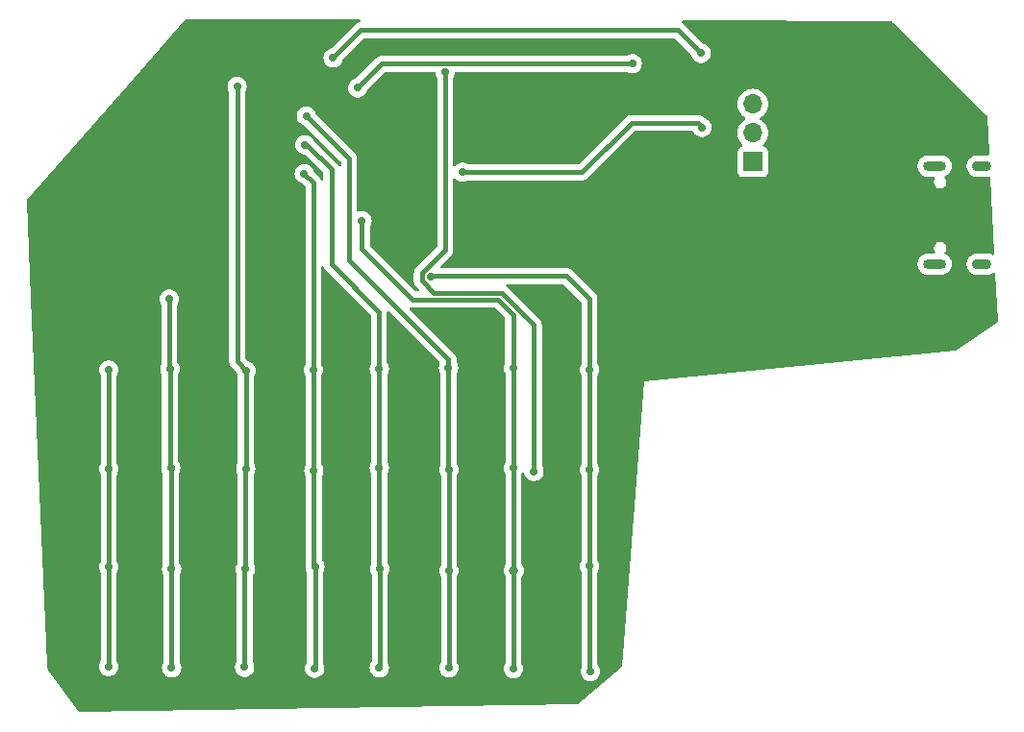
<source format=gbr>
%TF.GenerationSoftware,KiCad,Pcbnew,(7.0.0-0)*%
%TF.CreationDate,2023-03-12T05:29:04-07:00*%
%TF.ProjectId,TM1640_led_array,544d3136-3430-45f6-9c65-645f61727261,rev?*%
%TF.SameCoordinates,Original*%
%TF.FileFunction,Copper,L2,Bot*%
%TF.FilePolarity,Positive*%
%FSLAX46Y46*%
G04 Gerber Fmt 4.6, Leading zero omitted, Abs format (unit mm)*
G04 Created by KiCad (PCBNEW (7.0.0-0)) date 2023-03-12 05:29:04*
%MOMM*%
%LPD*%
G01*
G04 APERTURE LIST*
%TA.AperFunction,ComponentPad*%
%ADD10R,1.700000X1.700000*%
%TD*%
%TA.AperFunction,ComponentPad*%
%ADD11O,1.700000X1.700000*%
%TD*%
%TA.AperFunction,ComponentPad*%
%ADD12O,1.700000X0.900000*%
%TD*%
%TA.AperFunction,ComponentPad*%
%ADD13O,2.000000X0.900000*%
%TD*%
%TA.AperFunction,ViaPad*%
%ADD14C,0.800000*%
%TD*%
%TA.AperFunction,ViaPad*%
%ADD15C,0.700000*%
%TD*%
%TA.AperFunction,Conductor*%
%ADD16C,0.400000*%
%TD*%
G04 APERTURE END LIST*
D10*
%TO.P,J2,1,Pin_1*%
%TO.N,/3V3_SCK*%
X127634999Y-76580999D03*
D11*
%TO.P,J2,2,Pin_2*%
%TO.N,/3v3_GND*%
X127634999Y-74040999D03*
%TO.P,J2,3,Pin_3*%
%TO.N,/3V3_DIN*%
X127634999Y-71500999D03*
%TD*%
D12*
%TO.P,J1,S4,SHIELD*%
%TO.N,Net-(JP1-A)*%
X147829999Y-76954999D03*
%TO.P,J1,S3,SHIELD*%
X147829999Y-85604999D03*
D13*
%TO.P,J1,S2,SHIELD*%
X143659999Y-76954999D03*
%TO.P,J1,S1,SHIELD*%
X143659999Y-85604999D03*
%TD*%
D14*
%TO.N,/GRID4*%
X106600000Y-112600000D03*
D15*
%TO.N,GND*%
X142379800Y-88938200D03*
%TO.N,/5V_SCK*%
X123177400Y-73545800D03*
%TO.N,VBUS*%
X123101200Y-67018000D03*
X90690800Y-67424400D03*
%TO.N,/5V_DIN*%
X117030600Y-67932400D03*
X92849800Y-70066000D03*
%TO.N,/5V_SCK*%
X102095400Y-77508200D03*
%TO.N,/SEG4*%
X108369200Y-103873400D03*
X100546000Y-68694400D03*
%TO.N,GND*%
X97904400Y-76314400D03*
%TO.N,/GRID8*%
X99250600Y-86703000D03*
%TO.N,/GRID4*%
X93230800Y-81775400D03*
%TO.N,/GRID5*%
X88201600Y-75069800D03*
%TO.N,/GRID3*%
X88328600Y-72529800D03*
%TO.N,/GRID7*%
X88150800Y-77609800D03*
%TO.N,/GRID6*%
X76263600Y-88684200D03*
%TO.N,/GRID8*%
X113271400Y-103695600D03*
X113271400Y-112230000D03*
X113271400Y-94881800D03*
X113347600Y-121526400D03*
%TO.N,/GRID1*%
X82232600Y-69939000D03*
%TO.N,/GRID4*%
X106591200Y-94780200D03*
X106565800Y-103594000D03*
X106565800Y-121247000D03*
%TO.N,/GRID3*%
X100876200Y-121196200D03*
X100876200Y-112611000D03*
X100876200Y-103721000D03*
X100850800Y-94729400D03*
%TO.N,/GRID5*%
X94754800Y-121170800D03*
X94780200Y-112458600D03*
X94754800Y-103517800D03*
X94754800Y-94856400D03*
%TO.N,/GRID7*%
X89065200Y-121221600D03*
X89090600Y-112280800D03*
X88989000Y-103771800D03*
X88938200Y-94932600D03*
%TO.N,/GRID1*%
X83045400Y-94983400D03*
X82994600Y-103619400D03*
X82969200Y-112484000D03*
X82893000Y-121120000D03*
%TO.N,/GRID2*%
X70929600Y-94932600D03*
X70929600Y-103670200D03*
X70929600Y-112280800D03*
X70904200Y-121069200D03*
%TO.N,/GRID6*%
X76466800Y-121170800D03*
X76466800Y-112484000D03*
X76390600Y-103568600D03*
X76314400Y-94831000D03*
%TO.N,GND*%
X124841000Y-70104000D03*
X124841000Y-74930000D03*
X137160000Y-82550000D03*
X137160000Y-79502000D03*
X140970000Y-84455000D03*
X141046200Y-76428600D03*
%TD*%
D16*
%TO.N,/GRID4*%
X106565800Y-112565800D02*
X106565800Y-112560200D01*
X106600000Y-112600000D02*
X106565800Y-112565800D01*
X106565800Y-112634200D02*
X106600000Y-112600000D01*
%TO.N,/5V_SCK*%
X122796400Y-73164800D02*
X123177400Y-73545800D01*
X116954400Y-73164800D02*
X122796400Y-73164800D01*
%TO.N,VBUS*%
X121069200Y-64986000D02*
X123101200Y-67018000D01*
X90690800Y-67424400D02*
X93129200Y-64986000D01*
X117995800Y-64986000D02*
X121069200Y-64986000D01*
X93129200Y-64986000D02*
X117995800Y-64986000D01*
%TO.N,/5V_DIN*%
X92849800Y-70066000D02*
X94983400Y-67932400D01*
X94983400Y-67932400D02*
X117030600Y-67932400D01*
%TO.N,/5V_SCK*%
X112611000Y-77508200D02*
X116954400Y-73164800D01*
X102095400Y-77508200D02*
X112611000Y-77508200D01*
%TO.N,/SEG4*%
X99539600Y-88109600D02*
X105508600Y-88109600D01*
X105508600Y-88109600D02*
X108369200Y-90970200D01*
X100546000Y-84346939D02*
X98500600Y-86392339D01*
X100546000Y-68694400D02*
X100546000Y-84346939D01*
X98500600Y-86392339D02*
X98500600Y-87070600D01*
X108369200Y-90970200D02*
X108369200Y-103873400D01*
X98500600Y-87070600D02*
X99539600Y-88109600D01*
%TO.N,/GRID8*%
X107124600Y-86652200D02*
X99301400Y-86652200D01*
X99301400Y-86652200D02*
X99250600Y-86703000D01*
%TO.N,/GRID4*%
X93230800Y-84239200D02*
X97701200Y-88709600D01*
X93230800Y-81775400D02*
X93230800Y-84239200D01*
X97701200Y-88709600D02*
X105194200Y-88709600D01*
X105194200Y-88709600D02*
X106540400Y-90055800D01*
X106540400Y-90055800D02*
X106540400Y-94729400D01*
X106540400Y-94729400D02*
X106591200Y-94780200D01*
%TO.N,/GRID5*%
X88379400Y-75069800D02*
X88201600Y-75069800D01*
X94704000Y-89801800D02*
X90538400Y-85636200D01*
X90538400Y-77228800D02*
X88379400Y-75069800D01*
X90538400Y-85636200D02*
X90538400Y-77228800D01*
%TO.N,/GRID3*%
X100850800Y-94729400D02*
X100850800Y-94018200D01*
X92087800Y-85255200D02*
X92087800Y-76289000D01*
X92087800Y-76289000D02*
X88328600Y-72529800D01*
X100850800Y-94018200D02*
X92087800Y-85255200D01*
%TO.N,/GRID5*%
X94704000Y-89801800D02*
X94704000Y-94805600D01*
X94704000Y-94805600D02*
X94754800Y-94856400D01*
%TO.N,/GRID7*%
X88938200Y-78397200D02*
X88150800Y-77609800D01*
X88938200Y-94932600D02*
X88938200Y-78397200D01*
%TO.N,/GRID8*%
X111264800Y-86652200D02*
X113271400Y-88658800D01*
X113271400Y-88658800D02*
X113271400Y-94881800D01*
X107124600Y-86652200D02*
X111264800Y-86652200D01*
%TO.N,/GRID6*%
X76263600Y-94780200D02*
X76314400Y-94831000D01*
X76263600Y-88684200D02*
X76263600Y-94780200D01*
%TO.N,/GRID8*%
X113271400Y-94881800D02*
X113271400Y-103695600D01*
X113271400Y-103695600D02*
X113271400Y-112230000D01*
X113271400Y-112230000D02*
X113271400Y-121450200D01*
X113271400Y-121450200D02*
X113347600Y-121526400D01*
%TO.N,/GRID1*%
X82232600Y-94170600D02*
X83045400Y-94983400D01*
X82232600Y-69939000D02*
X82232600Y-94170600D01*
%TO.N,/GRID4*%
X106565800Y-94805600D02*
X106591200Y-94780200D01*
X106565800Y-103594000D02*
X106565800Y-94805600D01*
X106565800Y-112560200D02*
X106565800Y-103594000D01*
X106565800Y-121247000D02*
X106565800Y-112634200D01*
%TO.N,/GRID3*%
X100876200Y-112611000D02*
X100876200Y-121196200D01*
X100876200Y-103721000D02*
X100876200Y-112611000D01*
X100850800Y-103695600D02*
X100876200Y-103721000D01*
X100850800Y-94729400D02*
X100850800Y-103695600D01*
%TO.N,/GRID5*%
X94780200Y-121145400D02*
X94754800Y-121170800D01*
X94780200Y-112458600D02*
X94780200Y-121145400D01*
X94754800Y-103517800D02*
X94754800Y-112433200D01*
X94754800Y-112433200D02*
X94780200Y-112458600D01*
X94754800Y-94856400D02*
X94754800Y-103517800D01*
%TO.N,/GRID7*%
X89090600Y-121196200D02*
X89065200Y-121221600D01*
X89090600Y-112280800D02*
X89090600Y-121196200D01*
X88989000Y-112179200D02*
X89090600Y-112280800D01*
X88989000Y-103771800D02*
X88989000Y-112179200D01*
X88938200Y-103721000D02*
X88989000Y-103771800D01*
X88938200Y-94932600D02*
X88938200Y-103721000D01*
%TO.N,/GRID1*%
X82994600Y-95034200D02*
X83045400Y-94983400D01*
X82994600Y-103619400D02*
X82994600Y-95034200D01*
X82969200Y-103644800D02*
X82994600Y-103619400D01*
X82969200Y-112484000D02*
X82969200Y-103644800D01*
X82893000Y-112560200D02*
X82969200Y-112484000D01*
X82893000Y-121120000D02*
X82893000Y-112560200D01*
%TO.N,/GRID2*%
X70929600Y-103670200D02*
X70929600Y-94932600D01*
X70929600Y-112280800D02*
X70929600Y-103670200D01*
X70904200Y-112306200D02*
X70929600Y-112280800D01*
X70904200Y-121069200D02*
X70904200Y-112306200D01*
%TO.N,/GRID6*%
X76466800Y-112484000D02*
X76466800Y-121170800D01*
X76390600Y-112407800D02*
X76466800Y-112484000D01*
X76390600Y-103568600D02*
X76390600Y-112407800D01*
X76314400Y-103492400D02*
X76390600Y-103568600D01*
X76314400Y-94831000D02*
X76314400Y-103492400D01*
%TD*%
%TA.AperFunction,Conductor*%
%TO.N,GND*%
G36*
X92983831Y-64049144D02*
G01*
X93043547Y-64064690D01*
X93088377Y-64107093D01*
X93107218Y-64165854D01*
X93095403Y-64226420D01*
X93055860Y-64273792D01*
X92998381Y-64296239D01*
X92967766Y-64299956D01*
X92967759Y-64299957D01*
X92960328Y-64300860D01*
X92953323Y-64303516D01*
X92953312Y-64303519D01*
X92950839Y-64304457D01*
X92929241Y-64310478D01*
X92926651Y-64310952D01*
X92926644Y-64310954D01*
X92919268Y-64312306D01*
X92902688Y-64319768D01*
X92864434Y-64336984D01*
X92857518Y-64339848D01*
X92808288Y-64358519D01*
X92808278Y-64358523D01*
X92801270Y-64361182D01*
X92795099Y-64365441D01*
X92795094Y-64365444D01*
X92792922Y-64366944D01*
X92773387Y-64377962D01*
X92770984Y-64379043D01*
X92770977Y-64379047D01*
X92764143Y-64382123D01*
X92758243Y-64386745D01*
X92758240Y-64386747D01*
X92716795Y-64419216D01*
X92710766Y-64423651D01*
X92667449Y-64453551D01*
X92667441Y-64453557D01*
X92661271Y-64457817D01*
X92656301Y-64463426D01*
X92656294Y-64463433D01*
X92621384Y-64502838D01*
X92616251Y-64508290D01*
X90562911Y-66561630D01*
X90534398Y-66582922D01*
X90501013Y-66595239D01*
X90432884Y-66609721D01*
X90426533Y-66611071D01*
X90420604Y-66613710D01*
X90420600Y-66613712D01*
X90269142Y-66681145D01*
X90269134Y-66681149D01*
X90263208Y-66683788D01*
X90257959Y-66687601D01*
X90257953Y-66687605D01*
X90123823Y-66785056D01*
X90123814Y-66785063D01*
X90118570Y-66788874D01*
X90114226Y-66793697D01*
X90114223Y-66793701D01*
X90003287Y-66916907D01*
X90003282Y-66916913D01*
X89998941Y-66921735D01*
X89995696Y-66927355D01*
X89995692Y-66927361D01*
X89912798Y-67070938D01*
X89912795Y-67070943D01*
X89909550Y-67076565D01*
X89907544Y-67082737D01*
X89907542Y-67082743D01*
X89859078Y-67231900D01*
X89854303Y-67246597D01*
X89853624Y-67253049D01*
X89853623Y-67253058D01*
X89841179Y-67371461D01*
X89835615Y-67424400D01*
X89836294Y-67430860D01*
X89853623Y-67595741D01*
X89853624Y-67595748D01*
X89854303Y-67602203D01*
X89856310Y-67608382D01*
X89856311Y-67608383D01*
X89905981Y-67761253D01*
X89909550Y-67772235D01*
X89912797Y-67777859D01*
X89912798Y-67777861D01*
X89965128Y-67868500D01*
X89998941Y-67927065D01*
X90003285Y-67931890D01*
X90003287Y-67931892D01*
X90009561Y-67938860D01*
X90118570Y-68059926D01*
X90263207Y-68165012D01*
X90426533Y-68237729D01*
X90432891Y-68239080D01*
X90432893Y-68239081D01*
X90468485Y-68246646D01*
X90601409Y-68274900D01*
X90773688Y-68274900D01*
X90780191Y-68274900D01*
X90955067Y-68237729D01*
X91118393Y-68165012D01*
X91263030Y-68059926D01*
X91382659Y-67927065D01*
X91472050Y-67772235D01*
X91527297Y-67602203D01*
X91527624Y-67602309D01*
X91537472Y-67575609D01*
X91558766Y-67547090D01*
X93383037Y-65722819D01*
X93423266Y-65695939D01*
X93470719Y-65686500D01*
X117953428Y-65686500D01*
X118038172Y-65686500D01*
X120727681Y-65686500D01*
X120775134Y-65695939D01*
X120815362Y-65722819D01*
X122233230Y-67140687D01*
X122254522Y-67169199D01*
X122264376Y-67195909D01*
X122264703Y-67195803D01*
X122309329Y-67333149D01*
X122319950Y-67365835D01*
X122323197Y-67371459D01*
X122323198Y-67371461D01*
X122389192Y-67485767D01*
X122409341Y-67520665D01*
X122413685Y-67525490D01*
X122413687Y-67525492D01*
X122435601Y-67549830D01*
X122528970Y-67653526D01*
X122673607Y-67758612D01*
X122836933Y-67831329D01*
X122843291Y-67832680D01*
X122843293Y-67832681D01*
X122878885Y-67840246D01*
X123011809Y-67868500D01*
X123184088Y-67868500D01*
X123190591Y-67868500D01*
X123365467Y-67831329D01*
X123528793Y-67758612D01*
X123673430Y-67653526D01*
X123793059Y-67520665D01*
X123882450Y-67365835D01*
X123937697Y-67195803D01*
X123956385Y-67018000D01*
X123937697Y-66840197D01*
X123882450Y-66670165D01*
X123793059Y-66515335D01*
X123673430Y-66382474D01*
X123528793Y-66277388D01*
X123468864Y-66250706D01*
X123371405Y-66207314D01*
X123371398Y-66207311D01*
X123365467Y-66204671D01*
X123359108Y-66203319D01*
X123359107Y-66203319D01*
X123290986Y-66188839D01*
X123257600Y-66176522D01*
X123229087Y-66155230D01*
X121582139Y-64508282D01*
X121577022Y-64502847D01*
X121537129Y-64457817D01*
X121487610Y-64423636D01*
X121481604Y-64419216D01*
X121440161Y-64386747D01*
X121440158Y-64386745D01*
X121434257Y-64382122D01*
X121427419Y-64379044D01*
X121427410Y-64379039D01*
X121425010Y-64377959D01*
X121405610Y-64367035D01*
X121405424Y-64366907D01*
X121364590Y-64319768D01*
X121351867Y-64258713D01*
X121370475Y-64199187D01*
X121415706Y-64156248D01*
X121476118Y-64140759D01*
X139849309Y-64199837D01*
X139896199Y-64209208D01*
X139936057Y-64235628D01*
X148263870Y-72464300D01*
X148265688Y-72466096D01*
X148291736Y-72503694D01*
X148302382Y-72548177D01*
X148466946Y-75876047D01*
X148458207Y-75928276D01*
X148428475Y-75972097D01*
X148383171Y-75999517D01*
X148331287Y-76005451D01*
X148326656Y-76004500D01*
X147381794Y-76004500D01*
X147378683Y-76004816D01*
X147378670Y-76004817D01*
X147243931Y-76018519D01*
X147243928Y-76018519D01*
X147237679Y-76019155D01*
X147231681Y-76021036D01*
X147231680Y-76021037D01*
X147059235Y-76075142D01*
X147059230Y-76075143D01*
X147053232Y-76077026D01*
X147047736Y-76080076D01*
X147047730Y-76080079D01*
X146889708Y-76167788D01*
X146889702Y-76167792D01*
X146884209Y-76170841D01*
X146879444Y-76174930D01*
X146879439Y-76174935D01*
X146742300Y-76292666D01*
X146742295Y-76292670D01*
X146737532Y-76296760D01*
X146733689Y-76301724D01*
X146733682Y-76301732D01*
X146623057Y-76444649D01*
X146619204Y-76449627D01*
X146616436Y-76455268D01*
X146616432Y-76455276D01*
X146536840Y-76617536D01*
X146534070Y-76623184D01*
X146532493Y-76629273D01*
X146532492Y-76629277D01*
X146498420Y-76760871D01*
X146485615Y-76810326D01*
X146485296Y-76816606D01*
X146485296Y-76816610D01*
X146476142Y-76997108D01*
X146476142Y-76997113D01*
X146475824Y-77003390D01*
X146476775Y-77009602D01*
X146476776Y-77009608D01*
X146504144Y-77188259D01*
X146504146Y-77188267D01*
X146505097Y-77194474D01*
X146507278Y-77200364D01*
X146507280Y-77200370D01*
X146528009Y-77256338D01*
X146572236Y-77375753D01*
X146575562Y-77381089D01*
X146575564Y-77381093D01*
X146663931Y-77522866D01*
X146674491Y-77539807D01*
X146678823Y-77544364D01*
X146801414Y-77673331D01*
X146807677Y-77679919D01*
X146966342Y-77790353D01*
X147143988Y-77866587D01*
X147333344Y-77905500D01*
X148275064Y-77905500D01*
X148278206Y-77905500D01*
X148422321Y-77890845D01*
X148425049Y-77889988D01*
X148476456Y-77890647D01*
X148524352Y-77913419D01*
X148558353Y-77954120D01*
X148572240Y-78005305D01*
X148901869Y-84671162D01*
X148886382Y-84737566D01*
X148838128Y-84785743D01*
X148771699Y-84801125D01*
X148707183Y-84779060D01*
X148693658Y-84769647D01*
X148687884Y-84767169D01*
X148687882Y-84767168D01*
X148521786Y-84695891D01*
X148521787Y-84695891D01*
X148516012Y-84693413D01*
X148509858Y-84692148D01*
X148509857Y-84692148D01*
X148332814Y-84655765D01*
X148332809Y-84655764D01*
X148326656Y-84654500D01*
X147381794Y-84654500D01*
X147378683Y-84654816D01*
X147378670Y-84654817D01*
X147243931Y-84668519D01*
X147243928Y-84668519D01*
X147237679Y-84669155D01*
X147231681Y-84671036D01*
X147231680Y-84671037D01*
X147059235Y-84725142D01*
X147059230Y-84725143D01*
X147053232Y-84727026D01*
X147047736Y-84730076D01*
X147047730Y-84730079D01*
X146889708Y-84817788D01*
X146889702Y-84817792D01*
X146884209Y-84820841D01*
X146879444Y-84824930D01*
X146879439Y-84824935D01*
X146742300Y-84942666D01*
X146742295Y-84942670D01*
X146737532Y-84946760D01*
X146733689Y-84951724D01*
X146733682Y-84951732D01*
X146623057Y-85094649D01*
X146619204Y-85099627D01*
X146616436Y-85105268D01*
X146616432Y-85105276D01*
X146536840Y-85267536D01*
X146534070Y-85273184D01*
X146532493Y-85279273D01*
X146532492Y-85279277D01*
X146508552Y-85371740D01*
X146485615Y-85460326D01*
X146485296Y-85466606D01*
X146485296Y-85466610D01*
X146476142Y-85647108D01*
X146476142Y-85647113D01*
X146475824Y-85653390D01*
X146476775Y-85659602D01*
X146476776Y-85659608D01*
X146504144Y-85838259D01*
X146504146Y-85838267D01*
X146505097Y-85844474D01*
X146507278Y-85850364D01*
X146507280Y-85850370D01*
X146563880Y-86003191D01*
X146572236Y-86025753D01*
X146575562Y-86031089D01*
X146575564Y-86031093D01*
X146669878Y-86182407D01*
X146674491Y-86189807D01*
X146807677Y-86329919D01*
X146966342Y-86440353D01*
X147143988Y-86516587D01*
X147333344Y-86555500D01*
X148275064Y-86555500D01*
X148278206Y-86555500D01*
X148422321Y-86540845D01*
X148606768Y-86482974D01*
X148775791Y-86389159D01*
X148786113Y-86380297D01*
X148848142Y-86351804D01*
X148915855Y-86360457D01*
X148968728Y-86403636D01*
X148990737Y-86468255D01*
X149196550Y-90630236D01*
X149183613Y-90691808D01*
X149142123Y-90739105D01*
X145526015Y-93182422D01*
X145468753Y-93203079D01*
X118114395Y-95898581D01*
X118114392Y-95898581D01*
X118100000Y-95900000D01*
X118098856Y-95914413D01*
X118098855Y-95914417D01*
X116104086Y-121048511D01*
X116090811Y-121095286D01*
X116060572Y-121133361D01*
X112233820Y-124371382D01*
X112197301Y-124392812D01*
X112155700Y-124400706D01*
X68364259Y-125098975D01*
X68306985Y-125085979D01*
X68262116Y-125048085D01*
X65616077Y-121422031D01*
X65594651Y-121373256D01*
X65593508Y-121367541D01*
X65533840Y-121069200D01*
X70049015Y-121069200D01*
X70049694Y-121075658D01*
X70049694Y-121075660D01*
X70067023Y-121240541D01*
X70067024Y-121240548D01*
X70067703Y-121247003D01*
X70122950Y-121417035D01*
X70126197Y-121422659D01*
X70126198Y-121422661D01*
X70207370Y-121563256D01*
X70212341Y-121571865D01*
X70331970Y-121704726D01*
X70476607Y-121809812D01*
X70591450Y-121860943D01*
X70633940Y-121879861D01*
X70639933Y-121882529D01*
X70646291Y-121883880D01*
X70646293Y-121883881D01*
X70657876Y-121886343D01*
X70814809Y-121919700D01*
X70987088Y-121919700D01*
X70993591Y-121919700D01*
X71168467Y-121882529D01*
X71331793Y-121809812D01*
X71476430Y-121704726D01*
X71596059Y-121571865D01*
X71685450Y-121417035D01*
X71740697Y-121247003D01*
X71759385Y-121069200D01*
X71740697Y-120891397D01*
X71685450Y-120721365D01*
X71621312Y-120610276D01*
X71604700Y-120548277D01*
X71604700Y-112845666D01*
X71610767Y-112807355D01*
X71622601Y-112784124D01*
X71621459Y-112783465D01*
X71655500Y-112724504D01*
X71710850Y-112628635D01*
X71766097Y-112458603D01*
X71784785Y-112280800D01*
X71766097Y-112102997D01*
X71710850Y-111932965D01*
X71646712Y-111821876D01*
X71630100Y-111759877D01*
X71630100Y-104191123D01*
X71646713Y-104129123D01*
X71648943Y-104125261D01*
X71710850Y-104018035D01*
X71766097Y-103848003D01*
X71784785Y-103670200D01*
X71766097Y-103492397D01*
X71710850Y-103322365D01*
X71646712Y-103211276D01*
X71630100Y-103149277D01*
X71630100Y-95453523D01*
X71646713Y-95391523D01*
X71710850Y-95280435D01*
X71766097Y-95110403D01*
X71784785Y-94932600D01*
X71766097Y-94754797D01*
X71710850Y-94584765D01*
X71621459Y-94429935D01*
X71615633Y-94423465D01*
X71551917Y-94352701D01*
X71501830Y-94297074D01*
X71432366Y-94246605D01*
X71362447Y-94195805D01*
X71362445Y-94195803D01*
X71357193Y-94191988D01*
X71272407Y-94154239D01*
X71199805Y-94121914D01*
X71199798Y-94121911D01*
X71193867Y-94119271D01*
X71187514Y-94117920D01*
X71187506Y-94117918D01*
X71025353Y-94083452D01*
X71025350Y-94083451D01*
X71018991Y-94082100D01*
X70840209Y-94082100D01*
X70833850Y-94083451D01*
X70833846Y-94083452D01*
X70671693Y-94117918D01*
X70671682Y-94117921D01*
X70665333Y-94119271D01*
X70659404Y-94121910D01*
X70659394Y-94121914D01*
X70507942Y-94189345D01*
X70507934Y-94189349D01*
X70502008Y-94191988D01*
X70496759Y-94195801D01*
X70496753Y-94195805D01*
X70362623Y-94293256D01*
X70362614Y-94293263D01*
X70357370Y-94297074D01*
X70353026Y-94301897D01*
X70353023Y-94301901D01*
X70242087Y-94425107D01*
X70242082Y-94425113D01*
X70237741Y-94429935D01*
X70234496Y-94435555D01*
X70234492Y-94435561D01*
X70151598Y-94579138D01*
X70151595Y-94579143D01*
X70148350Y-94584765D01*
X70146344Y-94590937D01*
X70146342Y-94590943D01*
X70103454Y-94722940D01*
X70093103Y-94754797D01*
X70092424Y-94761249D01*
X70092423Y-94761258D01*
X70077084Y-94907203D01*
X70074415Y-94932600D01*
X70075094Y-94939060D01*
X70092423Y-95103941D01*
X70092424Y-95103948D01*
X70093103Y-95110403D01*
X70148350Y-95280435D01*
X70207629Y-95383110D01*
X70212487Y-95391523D01*
X70229100Y-95453523D01*
X70229100Y-103149277D01*
X70212487Y-103211277D01*
X70151598Y-103316738D01*
X70151595Y-103316743D01*
X70148350Y-103322365D01*
X70146344Y-103328537D01*
X70146342Y-103328543D01*
X70106133Y-103452295D01*
X70093103Y-103492397D01*
X70092424Y-103498849D01*
X70092423Y-103498858D01*
X70083103Y-103587540D01*
X70074415Y-103670200D01*
X70075094Y-103676660D01*
X70092423Y-103841541D01*
X70092424Y-103841548D01*
X70093103Y-103848003D01*
X70148350Y-104018035D01*
X70208792Y-104122724D01*
X70212487Y-104129123D01*
X70229100Y-104191123D01*
X70229100Y-111759877D01*
X70212487Y-111821877D01*
X70151598Y-111927338D01*
X70151595Y-111927343D01*
X70148350Y-111932965D01*
X70146344Y-111939137D01*
X70146342Y-111939143D01*
X70106113Y-112062956D01*
X70093103Y-112102997D01*
X70092424Y-112109449D01*
X70092423Y-112109458D01*
X70075619Y-112269343D01*
X70074415Y-112280800D01*
X70075094Y-112287258D01*
X70075094Y-112287260D01*
X70092423Y-112452141D01*
X70092424Y-112452148D01*
X70093103Y-112458603D01*
X70148350Y-112628635D01*
X70183157Y-112688923D01*
X70187087Y-112695729D01*
X70203700Y-112757729D01*
X70203700Y-120548277D01*
X70187087Y-120610277D01*
X70126198Y-120715738D01*
X70126195Y-120715743D01*
X70122950Y-120721365D01*
X70120944Y-120727537D01*
X70120942Y-120727543D01*
X70069711Y-120885216D01*
X70067703Y-120891397D01*
X70067024Y-120897849D01*
X70067023Y-120897858D01*
X70051006Y-121050258D01*
X70049015Y-121069200D01*
X65533840Y-121069200D01*
X65501866Y-120909332D01*
X65499581Y-120890490D01*
X64082189Y-88684200D01*
X75408415Y-88684200D01*
X75409094Y-88690660D01*
X75426423Y-88855541D01*
X75426424Y-88855548D01*
X75427103Y-88862003D01*
X75482350Y-89032035D01*
X75485597Y-89037659D01*
X75485598Y-89037661D01*
X75546487Y-89143123D01*
X75563100Y-89205123D01*
X75563100Y-94398065D01*
X75546487Y-94460063D01*
X75533150Y-94483165D01*
X75531144Y-94489337D01*
X75531142Y-94489343D01*
X75481053Y-94643501D01*
X75477903Y-94653197D01*
X75477224Y-94659649D01*
X75477223Y-94659658D01*
X75467874Y-94748616D01*
X75459215Y-94831000D01*
X75459894Y-94837460D01*
X75477223Y-95002341D01*
X75477224Y-95002348D01*
X75477903Y-95008803D01*
X75479910Y-95014982D01*
X75479911Y-95014983D01*
X75518836Y-95134783D01*
X75533150Y-95178835D01*
X75593592Y-95283524D01*
X75597287Y-95289923D01*
X75613900Y-95351923D01*
X75613900Y-103187122D01*
X75607831Y-103225440D01*
X75557825Y-103379343D01*
X75554103Y-103390797D01*
X75553424Y-103397249D01*
X75553423Y-103397258D01*
X75540075Y-103524260D01*
X75535415Y-103568600D01*
X75536094Y-103575060D01*
X75553423Y-103739941D01*
X75553424Y-103739948D01*
X75554103Y-103746403D01*
X75609350Y-103916435D01*
X75666318Y-104015107D01*
X75673487Y-104027523D01*
X75690100Y-104089523D01*
X75690100Y-112102522D01*
X75684031Y-112140840D01*
X75636457Y-112287258D01*
X75630303Y-112306197D01*
X75629624Y-112312649D01*
X75629623Y-112312658D01*
X75614285Y-112458600D01*
X75611615Y-112484000D01*
X75612294Y-112490460D01*
X75629623Y-112655341D01*
X75629624Y-112655348D01*
X75630303Y-112661803D01*
X75632310Y-112667982D01*
X75632311Y-112667983D01*
X75670047Y-112784124D01*
X75685550Y-112831835D01*
X75688797Y-112837459D01*
X75688798Y-112837461D01*
X75749687Y-112942923D01*
X75766300Y-113004923D01*
X75766300Y-120649877D01*
X75749687Y-120711877D01*
X75688798Y-120817338D01*
X75688795Y-120817343D01*
X75685550Y-120822965D01*
X75683544Y-120829137D01*
X75683542Y-120829143D01*
X75632311Y-120986816D01*
X75630303Y-120992997D01*
X75629624Y-120999449D01*
X75629623Y-120999458D01*
X75619552Y-121095286D01*
X75611615Y-121170800D01*
X75612294Y-121177260D01*
X75629623Y-121342141D01*
X75629624Y-121342148D01*
X75630303Y-121348603D01*
X75685550Y-121518635D01*
X75688797Y-121524259D01*
X75688798Y-121524261D01*
X75748398Y-121627492D01*
X75774941Y-121673465D01*
X75779285Y-121678290D01*
X75779287Y-121678292D01*
X75806525Y-121708543D01*
X75894570Y-121806326D01*
X76039207Y-121911412D01*
X76202533Y-121984129D01*
X76208891Y-121985480D01*
X76208893Y-121985481D01*
X76218919Y-121987612D01*
X76377409Y-122021300D01*
X76549688Y-122021300D01*
X76556191Y-122021300D01*
X76731067Y-121984129D01*
X76894393Y-121911412D01*
X77039030Y-121806326D01*
X77158659Y-121673465D01*
X77248050Y-121518635D01*
X77303297Y-121348603D01*
X77321985Y-121170800D01*
X77303297Y-120992997D01*
X77248050Y-120822965D01*
X77183912Y-120711876D01*
X77167300Y-120649877D01*
X77167300Y-113004923D01*
X77183913Y-112942923D01*
X77228626Y-112865478D01*
X77248050Y-112831835D01*
X77303297Y-112661803D01*
X77321985Y-112484000D01*
X77303297Y-112306197D01*
X77248050Y-112136165D01*
X77158659Y-111981335D01*
X77122950Y-111941676D01*
X77099336Y-111903142D01*
X77091100Y-111858704D01*
X77091100Y-104089523D01*
X77107713Y-104027523D01*
X77113191Y-104018035D01*
X77171850Y-103916435D01*
X77227097Y-103746403D01*
X77245785Y-103568600D01*
X77227097Y-103390797D01*
X77171850Y-103220765D01*
X77082459Y-103065935D01*
X77046750Y-103026276D01*
X77023136Y-102987742D01*
X77014900Y-102943304D01*
X77014900Y-95351923D01*
X77031513Y-95289923D01*
X77033743Y-95286061D01*
X77095650Y-95178835D01*
X77150897Y-95008803D01*
X77169585Y-94831000D01*
X77150897Y-94653197D01*
X77095650Y-94483165D01*
X77006259Y-94328335D01*
X77001910Y-94323505D01*
X77001908Y-94323502D01*
X76995951Y-94316886D01*
X76972336Y-94278351D01*
X76964100Y-94233913D01*
X76964100Y-89205123D01*
X76980713Y-89143123D01*
X77044850Y-89032035D01*
X77100097Y-88862003D01*
X77118785Y-88684200D01*
X77100097Y-88506397D01*
X77044850Y-88336365D01*
X76955459Y-88181535D01*
X76835830Y-88048674D01*
X76762760Y-87995585D01*
X76696447Y-87947405D01*
X76696445Y-87947403D01*
X76691193Y-87943588D01*
X76603395Y-87904498D01*
X76533805Y-87873514D01*
X76533798Y-87873511D01*
X76527867Y-87870871D01*
X76521514Y-87869520D01*
X76521506Y-87869518D01*
X76359353Y-87835052D01*
X76359350Y-87835051D01*
X76352991Y-87833700D01*
X76174209Y-87833700D01*
X76167850Y-87835051D01*
X76167846Y-87835052D01*
X76005693Y-87869518D01*
X76005682Y-87869521D01*
X75999333Y-87870871D01*
X75993404Y-87873510D01*
X75993394Y-87873514D01*
X75841942Y-87940945D01*
X75841934Y-87940949D01*
X75836008Y-87943588D01*
X75830759Y-87947401D01*
X75830753Y-87947405D01*
X75696623Y-88044856D01*
X75696614Y-88044863D01*
X75691370Y-88048674D01*
X75687026Y-88053497D01*
X75687023Y-88053501D01*
X75576087Y-88176707D01*
X75576082Y-88176713D01*
X75571741Y-88181535D01*
X75568496Y-88187155D01*
X75568492Y-88187161D01*
X75485598Y-88330738D01*
X75485595Y-88330743D01*
X75482350Y-88336365D01*
X75480344Y-88342537D01*
X75480342Y-88342543D01*
X75438954Y-88469923D01*
X75427103Y-88506397D01*
X75426424Y-88512849D01*
X75426423Y-88512858D01*
X75414776Y-88623681D01*
X75408415Y-88684200D01*
X64082189Y-88684200D01*
X63702186Y-80049679D01*
X63709058Y-80003179D01*
X63732744Y-79962578D01*
X72503374Y-69939000D01*
X81377415Y-69939000D01*
X81378094Y-69945460D01*
X81395423Y-70110341D01*
X81395424Y-70110348D01*
X81396103Y-70116803D01*
X81398110Y-70122982D01*
X81398111Y-70122983D01*
X81432683Y-70229386D01*
X81451350Y-70286835D01*
X81454597Y-70292459D01*
X81454598Y-70292461D01*
X81515487Y-70397923D01*
X81532100Y-70459923D01*
X81532100Y-94145679D01*
X81531874Y-94153167D01*
X81528694Y-94205718D01*
X81528694Y-94205726D01*
X81528242Y-94213206D01*
X81529593Y-94220582D01*
X81529594Y-94220587D01*
X81539083Y-94272371D01*
X81540210Y-94279771D01*
X81546555Y-94332025D01*
X81546556Y-94332030D01*
X81547460Y-94339472D01*
X81550119Y-94346485D01*
X81550121Y-94346491D01*
X81551050Y-94348940D01*
X81557075Y-94370552D01*
X81557551Y-94373151D01*
X81557554Y-94373160D01*
X81558905Y-94380532D01*
X81561982Y-94387369D01*
X81561983Y-94387372D01*
X81583591Y-94435384D01*
X81586457Y-94442302D01*
X81607782Y-94498530D01*
X81612042Y-94504702D01*
X81612045Y-94504707D01*
X81613537Y-94506868D01*
X81624559Y-94526410D01*
X81625639Y-94528810D01*
X81625644Y-94528819D01*
X81628722Y-94535657D01*
X81633345Y-94541558D01*
X81633347Y-94541561D01*
X81665816Y-94583004D01*
X81670236Y-94589010D01*
X81704417Y-94638529D01*
X81749447Y-94678422D01*
X81754882Y-94683539D01*
X82177430Y-95106087D01*
X82198722Y-95134599D01*
X82208576Y-95161309D01*
X82208903Y-95161203D01*
X82248647Y-95283524D01*
X82264150Y-95331235D01*
X82277487Y-95354336D01*
X82294100Y-95416335D01*
X82294100Y-103098477D01*
X82277487Y-103160477D01*
X82216598Y-103265938D01*
X82216595Y-103265943D01*
X82213350Y-103271565D01*
X82211344Y-103277737D01*
X82211342Y-103277743D01*
X82160111Y-103435416D01*
X82158103Y-103441597D01*
X82157424Y-103448049D01*
X82157423Y-103448058D01*
X82145433Y-103562140D01*
X82139415Y-103619400D01*
X82140094Y-103625860D01*
X82157423Y-103790741D01*
X82157424Y-103790748D01*
X82158103Y-103797203D01*
X82213350Y-103967235D01*
X82248157Y-104027523D01*
X82252087Y-104034329D01*
X82268700Y-104096329D01*
X82268700Y-111963077D01*
X82252087Y-112025076D01*
X82239998Y-112046016D01*
X82191198Y-112130538D01*
X82191195Y-112130543D01*
X82187950Y-112136165D01*
X82185944Y-112142337D01*
X82185942Y-112142343D01*
X82138856Y-112287260D01*
X82132703Y-112306197D01*
X82132024Y-112312649D01*
X82132023Y-112312658D01*
X82116685Y-112458600D01*
X82114015Y-112484000D01*
X82114694Y-112490460D01*
X82132023Y-112655341D01*
X82132024Y-112655348D01*
X82132703Y-112661803D01*
X82134710Y-112667982D01*
X82134711Y-112667983D01*
X82186431Y-112827160D01*
X82192500Y-112865478D01*
X82192500Y-120599077D01*
X82175887Y-120661077D01*
X82114998Y-120766538D01*
X82114995Y-120766543D01*
X82111750Y-120772165D01*
X82109744Y-120778337D01*
X82109742Y-120778343D01*
X82058511Y-120936016D01*
X82056503Y-120942197D01*
X82055824Y-120948649D01*
X82055823Y-120948658D01*
X82038884Y-121109822D01*
X82037815Y-121120000D01*
X82038494Y-121126460D01*
X82055823Y-121291341D01*
X82055824Y-121291348D01*
X82056503Y-121297803D01*
X82111750Y-121467835D01*
X82114997Y-121473459D01*
X82114998Y-121473461D01*
X82188321Y-121600461D01*
X82201141Y-121622665D01*
X82320770Y-121755526D01*
X82465407Y-121860612D01*
X82628733Y-121933329D01*
X82635091Y-121934680D01*
X82635093Y-121934681D01*
X82645119Y-121936812D01*
X82803609Y-121970500D01*
X82975888Y-121970500D01*
X82982391Y-121970500D01*
X83157267Y-121933329D01*
X83320593Y-121860612D01*
X83465230Y-121755526D01*
X83584859Y-121622665D01*
X83674250Y-121467835D01*
X83729497Y-121297803D01*
X83748185Y-121120000D01*
X83729497Y-120942197D01*
X83674250Y-120772165D01*
X83610112Y-120661076D01*
X83593500Y-120599077D01*
X83593500Y-113109296D01*
X83601736Y-113064858D01*
X83625350Y-113026324D01*
X83626427Y-113025126D01*
X83661059Y-112986665D01*
X83750450Y-112831835D01*
X83805697Y-112661803D01*
X83824385Y-112484000D01*
X83805697Y-112306197D01*
X83750450Y-112136165D01*
X83686312Y-112025076D01*
X83669700Y-111963077D01*
X83669700Y-104184266D01*
X83675767Y-104145955D01*
X83687601Y-104122724D01*
X83686459Y-104122065D01*
X83720500Y-104063104D01*
X83775850Y-103967235D01*
X83831097Y-103797203D01*
X83849785Y-103619400D01*
X83831097Y-103441597D01*
X83775850Y-103271565D01*
X83711712Y-103160476D01*
X83695100Y-103098477D01*
X83695100Y-95580487D01*
X83703336Y-95536049D01*
X83726951Y-95497514D01*
X83732908Y-95490897D01*
X83737259Y-95486065D01*
X83826650Y-95331235D01*
X83881897Y-95161203D01*
X83900585Y-94983400D01*
X83881897Y-94805597D01*
X83826650Y-94635565D01*
X83737259Y-94480735D01*
X83718648Y-94460066D01*
X83653194Y-94387372D01*
X83617630Y-94347874D01*
X83542456Y-94293256D01*
X83478247Y-94246605D01*
X83478245Y-94246603D01*
X83472993Y-94242788D01*
X83389732Y-94205718D01*
X83315605Y-94172714D01*
X83315598Y-94172711D01*
X83309667Y-94170071D01*
X83303308Y-94168719D01*
X83303307Y-94168719D01*
X83235186Y-94154239D01*
X83201800Y-94141922D01*
X83173287Y-94120630D01*
X82969419Y-93916762D01*
X82942539Y-93876534D01*
X82933100Y-93829081D01*
X82933100Y-77609800D01*
X87295615Y-77609800D01*
X87296294Y-77616260D01*
X87313623Y-77781141D01*
X87313624Y-77781148D01*
X87314303Y-77787603D01*
X87316310Y-77793782D01*
X87316311Y-77793783D01*
X87362340Y-77935447D01*
X87369550Y-77957635D01*
X87372797Y-77963259D01*
X87372798Y-77963261D01*
X87438183Y-78076512D01*
X87458941Y-78112465D01*
X87463285Y-78117290D01*
X87463287Y-78117292D01*
X87490525Y-78147543D01*
X87578570Y-78245326D01*
X87723207Y-78350412D01*
X87854970Y-78409076D01*
X87878285Y-78419457D01*
X87886533Y-78423129D01*
X87961017Y-78438960D01*
X87994397Y-78451275D01*
X88022911Y-78472568D01*
X88201381Y-78651038D01*
X88228261Y-78691266D01*
X88237700Y-78738719D01*
X88237700Y-94411677D01*
X88221087Y-94473677D01*
X88160198Y-94579138D01*
X88160195Y-94579143D01*
X88156950Y-94584765D01*
X88154944Y-94590937D01*
X88154942Y-94590943D01*
X88112054Y-94722940D01*
X88101703Y-94754797D01*
X88101024Y-94761249D01*
X88101023Y-94761258D01*
X88085684Y-94907203D01*
X88083015Y-94932600D01*
X88083694Y-94939060D01*
X88101023Y-95103941D01*
X88101024Y-95103948D01*
X88101703Y-95110403D01*
X88156950Y-95280435D01*
X88216229Y-95383110D01*
X88221087Y-95391523D01*
X88237700Y-95453523D01*
X88237700Y-103338865D01*
X88221087Y-103400863D01*
X88207750Y-103423965D01*
X88205744Y-103430137D01*
X88205742Y-103430143D01*
X88162854Y-103562140D01*
X88152503Y-103593997D01*
X88151824Y-103600449D01*
X88151823Y-103600458D01*
X88136484Y-103746403D01*
X88133815Y-103771800D01*
X88134494Y-103778260D01*
X88151823Y-103943141D01*
X88151824Y-103943148D01*
X88152503Y-103949603D01*
X88154510Y-103955782D01*
X88154511Y-103955783D01*
X88187523Y-104057385D01*
X88207750Y-104119635D01*
X88263688Y-104216523D01*
X88271887Y-104230723D01*
X88288500Y-104292723D01*
X88288500Y-111977494D01*
X88282431Y-112015812D01*
X88268510Y-112058658D01*
X88254103Y-112102997D01*
X88253424Y-112109449D01*
X88253423Y-112109458D01*
X88236619Y-112269343D01*
X88235415Y-112280800D01*
X88236094Y-112287258D01*
X88236094Y-112287260D01*
X88253423Y-112452141D01*
X88253424Y-112452148D01*
X88254103Y-112458603D01*
X88309350Y-112628635D01*
X88312597Y-112634259D01*
X88312598Y-112634261D01*
X88373487Y-112739723D01*
X88390100Y-112801723D01*
X88390100Y-120656734D01*
X88384033Y-120695045D01*
X88372198Y-120718275D01*
X88373341Y-120718935D01*
X88287198Y-120868138D01*
X88287195Y-120868143D01*
X88283950Y-120873765D01*
X88281944Y-120879937D01*
X88281942Y-120879943D01*
X88230711Y-121037616D01*
X88228703Y-121043797D01*
X88228024Y-121050249D01*
X88228023Y-121050258D01*
X88214675Y-121177260D01*
X88210015Y-121221600D01*
X88210694Y-121228060D01*
X88228023Y-121392941D01*
X88228024Y-121392948D01*
X88228703Y-121399403D01*
X88230710Y-121405582D01*
X88230711Y-121405583D01*
X88274153Y-121539285D01*
X88283950Y-121569435D01*
X88287197Y-121575059D01*
X88287198Y-121575061D01*
X88359272Y-121699898D01*
X88373341Y-121724265D01*
X88377685Y-121729090D01*
X88377687Y-121729092D01*
X88404925Y-121759343D01*
X88492970Y-121857126D01*
X88637607Y-121962212D01*
X88800933Y-122034929D01*
X88807291Y-122036280D01*
X88807293Y-122036281D01*
X88842885Y-122043846D01*
X88975809Y-122072100D01*
X89148088Y-122072100D01*
X89154591Y-122072100D01*
X89329467Y-122034929D01*
X89492793Y-121962212D01*
X89637430Y-121857126D01*
X89757059Y-121724265D01*
X89846450Y-121569435D01*
X89901697Y-121399403D01*
X89920385Y-121221600D01*
X89901697Y-121043797D01*
X89846450Y-120873765D01*
X89807712Y-120806670D01*
X89791100Y-120744671D01*
X89791100Y-112801723D01*
X89807713Y-112739723D01*
X89833113Y-112695729D01*
X89871850Y-112628635D01*
X89927097Y-112458603D01*
X89945785Y-112280800D01*
X89927097Y-112102997D01*
X89871850Y-111932965D01*
X89782459Y-111778135D01*
X89721349Y-111710266D01*
X89697736Y-111671733D01*
X89689500Y-111627295D01*
X89689500Y-104292723D01*
X89706113Y-104230723D01*
X89711591Y-104221235D01*
X89770250Y-104119635D01*
X89825497Y-103949603D01*
X89844185Y-103771800D01*
X89825497Y-103593997D01*
X89770250Y-103423965D01*
X89680859Y-103269135D01*
X89676510Y-103264305D01*
X89676508Y-103264302D01*
X89670551Y-103257686D01*
X89646936Y-103219151D01*
X89638700Y-103174713D01*
X89638700Y-95453523D01*
X89655313Y-95391523D01*
X89719450Y-95280435D01*
X89774697Y-95110403D01*
X89793385Y-94932600D01*
X89774697Y-94754797D01*
X89719450Y-94584765D01*
X89655312Y-94473676D01*
X89638700Y-94411677D01*
X89638700Y-85921622D01*
X89656583Y-85857472D01*
X89705075Y-85811825D01*
X89770188Y-85797848D01*
X89833141Y-85819572D01*
X89875776Y-85870732D01*
X89889391Y-85900984D01*
X89892257Y-85907902D01*
X89898518Y-85924410D01*
X89913582Y-85964130D01*
X89917842Y-85970302D01*
X89917845Y-85970307D01*
X89919337Y-85972468D01*
X89930359Y-85992010D01*
X89931439Y-85994410D01*
X89931444Y-85994419D01*
X89934522Y-86001257D01*
X89939145Y-86007158D01*
X89939147Y-86007161D01*
X89953713Y-86025753D01*
X89970199Y-86046796D01*
X89971616Y-86048604D01*
X89976036Y-86054610D01*
X90010217Y-86104129D01*
X90055247Y-86144022D01*
X90060682Y-86149139D01*
X93967181Y-90055638D01*
X93994061Y-90095866D01*
X94003500Y-90143319D01*
X94003500Y-94423465D01*
X93986887Y-94485463D01*
X93973550Y-94508565D01*
X93971544Y-94514737D01*
X93971542Y-94514743D01*
X93920311Y-94672416D01*
X93918303Y-94678597D01*
X93917624Y-94685049D01*
X93917623Y-94685058D01*
X93902964Y-94824540D01*
X93899615Y-94856400D01*
X93900294Y-94862860D01*
X93917623Y-95027741D01*
X93917624Y-95027748D01*
X93918303Y-95034203D01*
X93920310Y-95040382D01*
X93920311Y-95040383D01*
X93950983Y-95134783D01*
X93973550Y-95204235D01*
X94029693Y-95301478D01*
X94037687Y-95315323D01*
X94054300Y-95377323D01*
X94054300Y-102996877D01*
X94037687Y-103058877D01*
X93976798Y-103164338D01*
X93976795Y-103164343D01*
X93973550Y-103169965D01*
X93971544Y-103176137D01*
X93971542Y-103176143D01*
X93920311Y-103333816D01*
X93918303Y-103339997D01*
X93917624Y-103346449D01*
X93917623Y-103346458D01*
X93902935Y-103486216D01*
X93899615Y-103517800D01*
X93900294Y-103524258D01*
X93900294Y-103524260D01*
X93917623Y-103689141D01*
X93917624Y-103689148D01*
X93918303Y-103695603D01*
X93920310Y-103701782D01*
X93920311Y-103701783D01*
X93960661Y-103825969D01*
X93973550Y-103865635D01*
X94029645Y-103962795D01*
X94037687Y-103976723D01*
X94054300Y-104038723D01*
X94054300Y-111981671D01*
X94037687Y-112043671D01*
X94002198Y-112105138D01*
X94002195Y-112105143D01*
X93998950Y-112110765D01*
X93996944Y-112116937D01*
X93996942Y-112116943D01*
X93945801Y-112274340D01*
X93943703Y-112280797D01*
X93943024Y-112287249D01*
X93943023Y-112287258D01*
X93931033Y-112401341D01*
X93925015Y-112458600D01*
X93925694Y-112465060D01*
X93943023Y-112629941D01*
X93943024Y-112629948D01*
X93943703Y-112636403D01*
X93945710Y-112642582D01*
X93945711Y-112642583D01*
X93991700Y-112784124D01*
X93998950Y-112806435D01*
X94002197Y-112812059D01*
X94002198Y-112812061D01*
X94063087Y-112917523D01*
X94079700Y-112979523D01*
X94079700Y-120605934D01*
X94073633Y-120644245D01*
X94061798Y-120667475D01*
X94062941Y-120668135D01*
X93976798Y-120817338D01*
X93976795Y-120817343D01*
X93973550Y-120822965D01*
X93971544Y-120829137D01*
X93971542Y-120829143D01*
X93920311Y-120986816D01*
X93918303Y-120992997D01*
X93917624Y-120999449D01*
X93917623Y-120999458D01*
X93907552Y-121095286D01*
X93899615Y-121170800D01*
X93900294Y-121177260D01*
X93917623Y-121342141D01*
X93917624Y-121342148D01*
X93918303Y-121348603D01*
X93973550Y-121518635D01*
X93976797Y-121524259D01*
X93976798Y-121524261D01*
X94036398Y-121627492D01*
X94062941Y-121673465D01*
X94067285Y-121678290D01*
X94067287Y-121678292D01*
X94094525Y-121708543D01*
X94182570Y-121806326D01*
X94327207Y-121911412D01*
X94490533Y-121984129D01*
X94496891Y-121985480D01*
X94496893Y-121985481D01*
X94506919Y-121987612D01*
X94665409Y-122021300D01*
X94837688Y-122021300D01*
X94844191Y-122021300D01*
X95019067Y-121984129D01*
X95182393Y-121911412D01*
X95327030Y-121806326D01*
X95446659Y-121673465D01*
X95536050Y-121518635D01*
X95591297Y-121348603D01*
X95609985Y-121170800D01*
X95591297Y-120992997D01*
X95536050Y-120822965D01*
X95497312Y-120755870D01*
X95480700Y-120693871D01*
X95480700Y-112979523D01*
X95497313Y-112917523D01*
X95527361Y-112865478D01*
X95561450Y-112806435D01*
X95616697Y-112636403D01*
X95635385Y-112458600D01*
X95616697Y-112280797D01*
X95561450Y-112110765D01*
X95472059Y-111955935D01*
X95473201Y-111955275D01*
X95461367Y-111932045D01*
X95455300Y-111893734D01*
X95455300Y-104038723D01*
X95471913Y-103976723D01*
X95477391Y-103967235D01*
X95536050Y-103865635D01*
X95591297Y-103695603D01*
X95609985Y-103517800D01*
X95591297Y-103339997D01*
X95536050Y-103169965D01*
X95471912Y-103058876D01*
X95455300Y-102996877D01*
X95455300Y-95377323D01*
X95471913Y-95315323D01*
X95476860Y-95306755D01*
X95536050Y-95204235D01*
X95591297Y-95034203D01*
X95609985Y-94856400D01*
X95591297Y-94678597D01*
X95536050Y-94508565D01*
X95446659Y-94353735D01*
X95442310Y-94348905D01*
X95442308Y-94348902D01*
X95436351Y-94342286D01*
X95412736Y-94303751D01*
X95404500Y-94259313D01*
X95404500Y-89861919D01*
X95418015Y-89805624D01*
X95455615Y-89761601D01*
X95509102Y-89739446D01*
X95566818Y-89743988D01*
X95616181Y-89774238D01*
X100058622Y-94216679D01*
X100087463Y-94261949D01*
X100094469Y-94315167D01*
X100078329Y-94366359D01*
X100072797Y-94375940D01*
X100072795Y-94375944D01*
X100069550Y-94381565D01*
X100067544Y-94387737D01*
X100067542Y-94387743D01*
X100017564Y-94541561D01*
X100014303Y-94551597D01*
X100013624Y-94558049D01*
X100013623Y-94558058D01*
X99998935Y-94697816D01*
X99995615Y-94729400D01*
X99996294Y-94735860D01*
X100013623Y-94900741D01*
X100013624Y-94900748D01*
X100014303Y-94907203D01*
X100069550Y-95077235D01*
X100124641Y-95172656D01*
X100133687Y-95188323D01*
X100150300Y-95250323D01*
X100150300Y-103244071D01*
X100133687Y-103306071D01*
X100098198Y-103367538D01*
X100098195Y-103367543D01*
X100094950Y-103373165D01*
X100092944Y-103379337D01*
X100092942Y-103379343D01*
X100041711Y-103537016D01*
X100039703Y-103543197D01*
X100039024Y-103549649D01*
X100039023Y-103549658D01*
X100024335Y-103689416D01*
X100021015Y-103721000D01*
X100021694Y-103727460D01*
X100039023Y-103892341D01*
X100039024Y-103892348D01*
X100039703Y-103898803D01*
X100041710Y-103904982D01*
X100041711Y-103904983D01*
X100091229Y-104057385D01*
X100094950Y-104068835D01*
X100098197Y-104074459D01*
X100098198Y-104074461D01*
X100159087Y-104179923D01*
X100175700Y-104241923D01*
X100175700Y-112090077D01*
X100159087Y-112152077D01*
X100098198Y-112257538D01*
X100098195Y-112257543D01*
X100094950Y-112263165D01*
X100092944Y-112269337D01*
X100092942Y-112269343D01*
X100041711Y-112427016D01*
X100039703Y-112433197D01*
X100039024Y-112439649D01*
X100039023Y-112439658D01*
X100035042Y-112477540D01*
X100021015Y-112611000D01*
X100021694Y-112617460D01*
X100039023Y-112782341D01*
X100039024Y-112782348D01*
X100039703Y-112788803D01*
X100094950Y-112958835D01*
X100098197Y-112964459D01*
X100098198Y-112964461D01*
X100121559Y-113004923D01*
X100156162Y-113064858D01*
X100159087Y-113069923D01*
X100175700Y-113131923D01*
X100175700Y-120675277D01*
X100159087Y-120737276D01*
X100146371Y-120759302D01*
X100098198Y-120842738D01*
X100098195Y-120842743D01*
X100094950Y-120848365D01*
X100092944Y-120854537D01*
X100092942Y-120854543D01*
X100041711Y-121012216D01*
X100039703Y-121018397D01*
X100039024Y-121024849D01*
X100039023Y-121024858D01*
X100022377Y-121183240D01*
X100021015Y-121196200D01*
X100021694Y-121202660D01*
X100039023Y-121367541D01*
X100039024Y-121367548D01*
X100039703Y-121374003D01*
X100094950Y-121544035D01*
X100098197Y-121549659D01*
X100098198Y-121549661D01*
X100166427Y-121667838D01*
X100184341Y-121698865D01*
X100188685Y-121703690D01*
X100188687Y-121703692D01*
X100225015Y-121744038D01*
X100303970Y-121831726D01*
X100448607Y-121936812D01*
X100611933Y-122009529D01*
X100618291Y-122010880D01*
X100618293Y-122010881D01*
X100653885Y-122018446D01*
X100786809Y-122046700D01*
X100959088Y-122046700D01*
X100965591Y-122046700D01*
X101140467Y-122009529D01*
X101303793Y-121936812D01*
X101448430Y-121831726D01*
X101568059Y-121698865D01*
X101657450Y-121544035D01*
X101712697Y-121374003D01*
X101731385Y-121196200D01*
X101712697Y-121018397D01*
X101657450Y-120848365D01*
X101593312Y-120737276D01*
X101576700Y-120675277D01*
X101576700Y-113131923D01*
X101593313Y-113069923D01*
X101657450Y-112958835D01*
X101712697Y-112788803D01*
X101731385Y-112611000D01*
X101712697Y-112433197D01*
X101657450Y-112263165D01*
X101593312Y-112152076D01*
X101576700Y-112090077D01*
X101576700Y-104241923D01*
X101593313Y-104179923D01*
X101607978Y-104154523D01*
X101657450Y-104068835D01*
X101712697Y-103898803D01*
X101731385Y-103721000D01*
X101712697Y-103543197D01*
X101657450Y-103373165D01*
X101568059Y-103218335D01*
X101569201Y-103217675D01*
X101557367Y-103194445D01*
X101551300Y-103156134D01*
X101551300Y-95250323D01*
X101567913Y-95188323D01*
X101573391Y-95178835D01*
X101632050Y-95077235D01*
X101687297Y-94907203D01*
X101705985Y-94729400D01*
X101687297Y-94551597D01*
X101632050Y-94381565D01*
X101567912Y-94270476D01*
X101551300Y-94208477D01*
X101551300Y-94043109D01*
X101551526Y-94035622D01*
X101554704Y-93983081D01*
X101555157Y-93975594D01*
X101544316Y-93916435D01*
X101543189Y-93909030D01*
X101542918Y-93906802D01*
X101535940Y-93849328D01*
X101533280Y-93842316D01*
X101533280Y-93842313D01*
X101532347Y-93839853D01*
X101526320Y-93818235D01*
X101524494Y-93808268D01*
X101499812Y-93753428D01*
X101496945Y-93746506D01*
X101478279Y-93697287D01*
X101475618Y-93690270D01*
X101471356Y-93684096D01*
X101471352Y-93684088D01*
X101469858Y-93681924D01*
X101458832Y-93662375D01*
X101457756Y-93659985D01*
X101454677Y-93653143D01*
X101417588Y-93605802D01*
X101413149Y-93599769D01*
X101383242Y-93556441D01*
X101383241Y-93556440D01*
X101378983Y-93550271D01*
X101333970Y-93510393D01*
X101328516Y-93505259D01*
X97428470Y-89605213D01*
X97396504Y-89550097D01*
X97396127Y-89486383D01*
X97427440Y-89430893D01*
X97482175Y-89398278D01*
X97532005Y-89397394D01*
X97532328Y-89394740D01*
X97592030Y-89401989D01*
X97599435Y-89403116D01*
X97615266Y-89406016D01*
X97658594Y-89413957D01*
X97718622Y-89410326D01*
X97726110Y-89410100D01*
X104852681Y-89410100D01*
X104900134Y-89419539D01*
X104940362Y-89446419D01*
X105803581Y-90309638D01*
X105830461Y-90349866D01*
X105839900Y-90397319D01*
X105839900Y-94347265D01*
X105823287Y-94409263D01*
X105809950Y-94432365D01*
X105807944Y-94438537D01*
X105807942Y-94438543D01*
X105756711Y-94596216D01*
X105754703Y-94602397D01*
X105754024Y-94608849D01*
X105754023Y-94608858D01*
X105744674Y-94697816D01*
X105736015Y-94780200D01*
X105736694Y-94786660D01*
X105754023Y-94951541D01*
X105754024Y-94951548D01*
X105754703Y-94958003D01*
X105756710Y-94964182D01*
X105756711Y-94964183D01*
X105802818Y-95106087D01*
X105809950Y-95128035D01*
X105844757Y-95188323D01*
X105848687Y-95195129D01*
X105865300Y-95257129D01*
X105865300Y-103073077D01*
X105848687Y-103135076D01*
X105834022Y-103160477D01*
X105787798Y-103240538D01*
X105787795Y-103240543D01*
X105784550Y-103246165D01*
X105782544Y-103252337D01*
X105782542Y-103252343D01*
X105731311Y-103410016D01*
X105729303Y-103416197D01*
X105728624Y-103422649D01*
X105728623Y-103422658D01*
X105714505Y-103556989D01*
X105710615Y-103594000D01*
X105711294Y-103600458D01*
X105711294Y-103600460D01*
X105728623Y-103765341D01*
X105728624Y-103765348D01*
X105729303Y-103771803D01*
X105784550Y-103941835D01*
X105840488Y-104038723D01*
X105848687Y-104052923D01*
X105865300Y-104114923D01*
X105865300Y-112038312D01*
X105848687Y-112100311D01*
X105842652Y-112110765D01*
X105776069Y-112226089D01*
X105776066Y-112226094D01*
X105772821Y-112231716D01*
X105770815Y-112237888D01*
X105770813Y-112237894D01*
X105716333Y-112405564D01*
X105716331Y-112405573D01*
X105714326Y-112411744D01*
X105713648Y-112418194D01*
X105713646Y-112418204D01*
X105697519Y-112571656D01*
X105694540Y-112600000D01*
X105695219Y-112606460D01*
X105713646Y-112781795D01*
X105713647Y-112781803D01*
X105714326Y-112788256D01*
X105716331Y-112794428D01*
X105716333Y-112794435D01*
X105770813Y-112962105D01*
X105772821Y-112968284D01*
X105776068Y-112973908D01*
X105776069Y-112973910D01*
X105848687Y-113099688D01*
X105865300Y-113161688D01*
X105865300Y-120726077D01*
X105848687Y-120788076D01*
X105832773Y-120815639D01*
X105787798Y-120893538D01*
X105787795Y-120893543D01*
X105784550Y-120899165D01*
X105782544Y-120905337D01*
X105782542Y-120905343D01*
X105734791Y-121052306D01*
X105729303Y-121069197D01*
X105728624Y-121075649D01*
X105728623Y-121075658D01*
X105716633Y-121189740D01*
X105710615Y-121247000D01*
X105711294Y-121253460D01*
X105728623Y-121418341D01*
X105728624Y-121418348D01*
X105729303Y-121424803D01*
X105731310Y-121430982D01*
X105731311Y-121430983D01*
X105777086Y-121571865D01*
X105784550Y-121594835D01*
X105787797Y-121600459D01*
X105787798Y-121600461D01*
X105856027Y-121718638D01*
X105873941Y-121749665D01*
X105878285Y-121754490D01*
X105878287Y-121754492D01*
X105920612Y-121801498D01*
X105993570Y-121882526D01*
X106138207Y-121987612D01*
X106301533Y-122060329D01*
X106307891Y-122061680D01*
X106307893Y-122061681D01*
X106343485Y-122069246D01*
X106476409Y-122097500D01*
X106648688Y-122097500D01*
X106655191Y-122097500D01*
X106830067Y-122060329D01*
X106993393Y-121987612D01*
X107138030Y-121882526D01*
X107257659Y-121749665D01*
X107347050Y-121594835D01*
X107402297Y-121424803D01*
X107420985Y-121247000D01*
X107402297Y-121069197D01*
X107347050Y-120899165D01*
X107282912Y-120788076D01*
X107266300Y-120726077D01*
X107266300Y-113253374D01*
X107274536Y-113208936D01*
X107298150Y-113170402D01*
X107305996Y-113161688D01*
X107332533Y-113132216D01*
X107427179Y-112968284D01*
X107485674Y-112788256D01*
X107505460Y-112600000D01*
X107491278Y-112465060D01*
X107486353Y-112418204D01*
X107486352Y-112418203D01*
X107485674Y-112411744D01*
X107427179Y-112231716D01*
X107332533Y-112067784D01*
X107310821Y-112043671D01*
X107298150Y-112029598D01*
X107274536Y-111991064D01*
X107266300Y-111946626D01*
X107266300Y-104114923D01*
X107282913Y-104052923D01*
X107288391Y-104043435D01*
X107304746Y-104015106D01*
X107345690Y-103972411D01*
X107401756Y-103953542D01*
X107460183Y-103962795D01*
X107507675Y-103998064D01*
X107532519Y-104049453D01*
X107532703Y-104051203D01*
X107534709Y-104057379D01*
X107534711Y-104057385D01*
X107575623Y-104183298D01*
X107587950Y-104221235D01*
X107591197Y-104226859D01*
X107591198Y-104226861D01*
X107629223Y-104292723D01*
X107677341Y-104376065D01*
X107796970Y-104508926D01*
X107941607Y-104614012D01*
X108104933Y-104686729D01*
X108111291Y-104688080D01*
X108111293Y-104688081D01*
X108146885Y-104695646D01*
X108279809Y-104723900D01*
X108452088Y-104723900D01*
X108458591Y-104723900D01*
X108633467Y-104686729D01*
X108796793Y-104614012D01*
X108941430Y-104508926D01*
X109061059Y-104376065D01*
X109150450Y-104221235D01*
X109205697Y-104051203D01*
X109224385Y-103873400D01*
X109205697Y-103695597D01*
X109150450Y-103525565D01*
X109086312Y-103414476D01*
X109069700Y-103352477D01*
X109069700Y-90995110D01*
X109069926Y-90987623D01*
X109073104Y-90935081D01*
X109073557Y-90927594D01*
X109062716Y-90868435D01*
X109061589Y-90861030D01*
X109061318Y-90858802D01*
X109054340Y-90801328D01*
X109051680Y-90794316D01*
X109051680Y-90794313D01*
X109050747Y-90791853D01*
X109044720Y-90770235D01*
X109042894Y-90760268D01*
X109018212Y-90705428D01*
X109015345Y-90698506D01*
X108996679Y-90649287D01*
X108994018Y-90642270D01*
X108989756Y-90636096D01*
X108989752Y-90636088D01*
X108988258Y-90633924D01*
X108977232Y-90614375D01*
X108976156Y-90611985D01*
X108973077Y-90605143D01*
X108935988Y-90557802D01*
X108931549Y-90551769D01*
X108901642Y-90508441D01*
X108901641Y-90508440D01*
X108897383Y-90502271D01*
X108852370Y-90462393D01*
X108846916Y-90457259D01*
X106021539Y-87631882D01*
X106016422Y-87626447D01*
X105976529Y-87581417D01*
X105970353Y-87577154D01*
X105964742Y-87572183D01*
X105965877Y-87570900D01*
X105931947Y-87531653D01*
X105919250Y-87470707D01*
X105937772Y-87411271D01*
X105982844Y-87368328D01*
X106043105Y-87352700D01*
X107082228Y-87352700D01*
X107166972Y-87352700D01*
X110923281Y-87352700D01*
X110970734Y-87362139D01*
X111010962Y-87389019D01*
X112534581Y-88912638D01*
X112561461Y-88952866D01*
X112570900Y-89000319D01*
X112570900Y-94360877D01*
X112554287Y-94422876D01*
X112548809Y-94432365D01*
X112493398Y-94528338D01*
X112493395Y-94528343D01*
X112490150Y-94533965D01*
X112488144Y-94540137D01*
X112488142Y-94540143D01*
X112436911Y-94697816D01*
X112434903Y-94703997D01*
X112434224Y-94710449D01*
X112434223Y-94710458D01*
X112424874Y-94799416D01*
X112416215Y-94881800D01*
X112416894Y-94888260D01*
X112434223Y-95053141D01*
X112434224Y-95053148D01*
X112434903Y-95059603D01*
X112436910Y-95065782D01*
X112436911Y-95065783D01*
X112459330Y-95134783D01*
X112490150Y-95229635D01*
X112545241Y-95325056D01*
X112554287Y-95340723D01*
X112570900Y-95402723D01*
X112570900Y-103174677D01*
X112554287Y-103236677D01*
X112493398Y-103342138D01*
X112493395Y-103342143D01*
X112490150Y-103347765D01*
X112488144Y-103353937D01*
X112488142Y-103353943D01*
X112437001Y-103511340D01*
X112434903Y-103517797D01*
X112434224Y-103524249D01*
X112434223Y-103524258D01*
X112424903Y-103612940D01*
X112416215Y-103695600D01*
X112416894Y-103702058D01*
X112416894Y-103702060D01*
X112434223Y-103866941D01*
X112434224Y-103866948D01*
X112434903Y-103873403D01*
X112436910Y-103879582D01*
X112436911Y-103879583D01*
X112480945Y-104015107D01*
X112490150Y-104043435D01*
X112546293Y-104140678D01*
X112554287Y-104154523D01*
X112570900Y-104216523D01*
X112570900Y-111709077D01*
X112554287Y-111771077D01*
X112493398Y-111876538D01*
X112493395Y-111876543D01*
X112490150Y-111882165D01*
X112488144Y-111888337D01*
X112488142Y-111888343D01*
X112437673Y-112043671D01*
X112434903Y-112052197D01*
X112434224Y-112058649D01*
X112434223Y-112058658D01*
X112425586Y-112140840D01*
X112416215Y-112230000D01*
X112416894Y-112236460D01*
X112434223Y-112401341D01*
X112434224Y-112401348D01*
X112434903Y-112407803D01*
X112436910Y-112413982D01*
X112436911Y-112413983D01*
X112438282Y-112418204D01*
X112490150Y-112577835D01*
X112493397Y-112583459D01*
X112493398Y-112583461D01*
X112554287Y-112688923D01*
X112570900Y-112750923D01*
X112570900Y-121144922D01*
X112564831Y-121183240D01*
X112513201Y-121342141D01*
X112511103Y-121348597D01*
X112510424Y-121355049D01*
X112510423Y-121355058D01*
X112499220Y-121461656D01*
X112492415Y-121526400D01*
X112493094Y-121532860D01*
X112510423Y-121697741D01*
X112510424Y-121697748D01*
X112511103Y-121704203D01*
X112513110Y-121710382D01*
X112513111Y-121710383D01*
X112562781Y-121863253D01*
X112566350Y-121874235D01*
X112569597Y-121879859D01*
X112569598Y-121879861D01*
X112650476Y-122019947D01*
X112655741Y-122029065D01*
X112660085Y-122033890D01*
X112660087Y-122033892D01*
X112716142Y-122096147D01*
X112775370Y-122161926D01*
X112920007Y-122267012D01*
X113083333Y-122339729D01*
X113089691Y-122341080D01*
X113089693Y-122341081D01*
X113125285Y-122348646D01*
X113258209Y-122376900D01*
X113430488Y-122376900D01*
X113436991Y-122376900D01*
X113611867Y-122339729D01*
X113775193Y-122267012D01*
X113919830Y-122161926D01*
X114039459Y-122029065D01*
X114128850Y-121874235D01*
X114184097Y-121704203D01*
X114202785Y-121526400D01*
X114184097Y-121348597D01*
X114128850Y-121178565D01*
X114039459Y-121023735D01*
X114003750Y-120984076D01*
X113980136Y-120945542D01*
X113971900Y-120901104D01*
X113971900Y-112750923D01*
X113988513Y-112688923D01*
X114004171Y-112661803D01*
X114052650Y-112577835D01*
X114107897Y-112407803D01*
X114126585Y-112230000D01*
X114107897Y-112052197D01*
X114052650Y-111882165D01*
X113988512Y-111771076D01*
X113971900Y-111709077D01*
X113971900Y-104216523D01*
X113988513Y-104154523D01*
X113993460Y-104145955D01*
X114052650Y-104043435D01*
X114107897Y-103873403D01*
X114126585Y-103695600D01*
X114107897Y-103517797D01*
X114052650Y-103347765D01*
X113988512Y-103236676D01*
X113971900Y-103174677D01*
X113971900Y-95402723D01*
X113988513Y-95340723D01*
X113993991Y-95331235D01*
X114052650Y-95229635D01*
X114107897Y-95059603D01*
X114126585Y-94881800D01*
X114107897Y-94703997D01*
X114052650Y-94533965D01*
X113988512Y-94422876D01*
X113971900Y-94360877D01*
X113971900Y-88683721D01*
X113972126Y-88676233D01*
X113975305Y-88623681D01*
X113975758Y-88616194D01*
X113964914Y-88557021D01*
X113963787Y-88549615D01*
X113959324Y-88512858D01*
X113956540Y-88489928D01*
X113952947Y-88480456D01*
X113946922Y-88458841D01*
X113945095Y-88448869D01*
X113920407Y-88394017D01*
X113917541Y-88387096D01*
X113896218Y-88330870D01*
X113890463Y-88322533D01*
X113879435Y-88302979D01*
X113878358Y-88300585D01*
X113878354Y-88300579D01*
X113875278Y-88293743D01*
X113838185Y-88246397D01*
X113833755Y-88240377D01*
X113799583Y-88190871D01*
X113754570Y-88150993D01*
X113749116Y-88145859D01*
X111777739Y-86174482D01*
X111772622Y-86169047D01*
X111732729Y-86124017D01*
X111683210Y-86089836D01*
X111677204Y-86085416D01*
X111635761Y-86052947D01*
X111635758Y-86052945D01*
X111629857Y-86048322D01*
X111623019Y-86045244D01*
X111623010Y-86045239D01*
X111620610Y-86044159D01*
X111601068Y-86033137D01*
X111598907Y-86031645D01*
X111598902Y-86031642D01*
X111592730Y-86027382D01*
X111536502Y-86006057D01*
X111529584Y-86003191D01*
X111481572Y-85981583D01*
X111481569Y-85981582D01*
X111474732Y-85978505D01*
X111467360Y-85977154D01*
X111467351Y-85977151D01*
X111464752Y-85976675D01*
X111443140Y-85970650D01*
X111440691Y-85969721D01*
X111440685Y-85969719D01*
X111433672Y-85967060D01*
X111426230Y-85966156D01*
X111426225Y-85966155D01*
X111373971Y-85959810D01*
X111366571Y-85958683D01*
X111314787Y-85949194D01*
X111314782Y-85949193D01*
X111307406Y-85947842D01*
X111299926Y-85948294D01*
X111299918Y-85948294D01*
X111247367Y-85951474D01*
X111239879Y-85951700D01*
X107166972Y-85951700D01*
X100231258Y-85951700D01*
X100174963Y-85938185D01*
X100130940Y-85900585D01*
X100108785Y-85847098D01*
X100113327Y-85789382D01*
X100143577Y-85740019D01*
X100230206Y-85653390D01*
X142155824Y-85653390D01*
X142156775Y-85659602D01*
X142156776Y-85659608D01*
X142184144Y-85838259D01*
X142184146Y-85838267D01*
X142185097Y-85844474D01*
X142187278Y-85850364D01*
X142187280Y-85850370D01*
X142243880Y-86003191D01*
X142252236Y-86025753D01*
X142255562Y-86031089D01*
X142255564Y-86031093D01*
X142349878Y-86182407D01*
X142354491Y-86189807D01*
X142487677Y-86329919D01*
X142646342Y-86440353D01*
X142823988Y-86516587D01*
X143013344Y-86555500D01*
X144255064Y-86555500D01*
X144258206Y-86555500D01*
X144402321Y-86540845D01*
X144586768Y-86482974D01*
X144755791Y-86389159D01*
X144902468Y-86263240D01*
X145020796Y-86110373D01*
X145105930Y-85936816D01*
X145154385Y-85749674D01*
X145164176Y-85556610D01*
X145134903Y-85365526D01*
X145067764Y-85184247D01*
X145015020Y-85099627D01*
X144968835Y-85025529D01*
X144968834Y-85025528D01*
X144965509Y-85020193D01*
X144832323Y-84880081D01*
X144673658Y-84769647D01*
X144667884Y-84767169D01*
X144667882Y-84767168D01*
X144603876Y-84739701D01*
X144556845Y-84704320D01*
X144531424Y-84651240D01*
X144533340Y-84592418D01*
X144557154Y-84550016D01*
X144556108Y-84549278D01*
X144574784Y-84522820D01*
X144643377Y-84425647D01*
X144694054Y-84283056D01*
X144704381Y-84132079D01*
X144673592Y-83983915D01*
X144603971Y-83849553D01*
X144555496Y-83797649D01*
X144506470Y-83745155D01*
X144506467Y-83745153D01*
X144500680Y-83738956D01*
X144493434Y-83734550D01*
X144493431Y-83734547D01*
X144378625Y-83664732D01*
X144378621Y-83664730D01*
X144371382Y-83660328D01*
X144363220Y-83658041D01*
X144233829Y-83621787D01*
X144233825Y-83621786D01*
X144225665Y-83619500D01*
X144112342Y-83619500D01*
X144108158Y-83620075D01*
X144108144Y-83620076D01*
X144008485Y-83633774D01*
X144008479Y-83633775D01*
X144000080Y-83634930D01*
X143992299Y-83638309D01*
X143992298Y-83638310D01*
X143869062Y-83691839D01*
X143869057Y-83691841D01*
X143861280Y-83695220D01*
X143854702Y-83700571D01*
X143854698Y-83700574D01*
X143750470Y-83785370D01*
X143750468Y-83785371D01*
X143743892Y-83790722D01*
X143739003Y-83797647D01*
X143739002Y-83797649D01*
X143706741Y-83843353D01*
X143656623Y-83914353D01*
X143653785Y-83922337D01*
X143653782Y-83922344D01*
X143608786Y-84048951D01*
X143608784Y-84048955D01*
X143605946Y-84056944D01*
X143605367Y-84065403D01*
X143605367Y-84065405D01*
X143596197Y-84199457D01*
X143596197Y-84199463D01*
X143595619Y-84207921D01*
X143597344Y-84216226D01*
X143597345Y-84216228D01*
X143624681Y-84347777D01*
X143624682Y-84347780D01*
X143626408Y-84356085D01*
X143630309Y-84363614D01*
X143630310Y-84363616D01*
X143687223Y-84473452D01*
X143701053Y-84534733D01*
X143683073Y-84594928D01*
X143637899Y-84638586D01*
X143577125Y-84654500D01*
X143061794Y-84654500D01*
X143058683Y-84654816D01*
X143058670Y-84654817D01*
X142923931Y-84668519D01*
X142923928Y-84668519D01*
X142917679Y-84669155D01*
X142911681Y-84671036D01*
X142911680Y-84671037D01*
X142739235Y-84725142D01*
X142739230Y-84725143D01*
X142733232Y-84727026D01*
X142727736Y-84730076D01*
X142727730Y-84730079D01*
X142569708Y-84817788D01*
X142569702Y-84817792D01*
X142564209Y-84820841D01*
X142559444Y-84824930D01*
X142559439Y-84824935D01*
X142422300Y-84942666D01*
X142422295Y-84942670D01*
X142417532Y-84946760D01*
X142413689Y-84951724D01*
X142413682Y-84951732D01*
X142303057Y-85094649D01*
X142299204Y-85099627D01*
X142296436Y-85105268D01*
X142296432Y-85105276D01*
X142216840Y-85267536D01*
X142214070Y-85273184D01*
X142212493Y-85279273D01*
X142212492Y-85279277D01*
X142188552Y-85371740D01*
X142165615Y-85460326D01*
X142165296Y-85466606D01*
X142165296Y-85466610D01*
X142156142Y-85647108D01*
X142156142Y-85647113D01*
X142155824Y-85653390D01*
X100230206Y-85653390D01*
X100360196Y-85523400D01*
X101023731Y-84859863D01*
X101029151Y-84854761D01*
X101074183Y-84814868D01*
X101108362Y-84765349D01*
X101112779Y-84759346D01*
X101149877Y-84711996D01*
X101154030Y-84702765D01*
X101165058Y-84683211D01*
X101170818Y-84674869D01*
X101192149Y-84618619D01*
X101195014Y-84611705D01*
X101199813Y-84601044D01*
X101219694Y-84556871D01*
X101221518Y-84546913D01*
X101227548Y-84525279D01*
X101231140Y-84515811D01*
X101238389Y-84456104D01*
X101239516Y-84448701D01*
X101250357Y-84389545D01*
X101246726Y-84329517D01*
X101246500Y-84322030D01*
X101246500Y-78159484D01*
X101260611Y-78102035D01*
X101299731Y-78057662D01*
X101354959Y-78036462D01*
X101413723Y-78043261D01*
X101462650Y-78076512D01*
X101523170Y-78143726D01*
X101667807Y-78248812D01*
X101831133Y-78321529D01*
X101837491Y-78322880D01*
X101837493Y-78322881D01*
X101873085Y-78330446D01*
X102006009Y-78358700D01*
X102178288Y-78358700D01*
X102184791Y-78358700D01*
X102359667Y-78321529D01*
X102522993Y-78248812D01*
X102529735Y-78243913D01*
X102545608Y-78232382D01*
X102580175Y-78214769D01*
X102618493Y-78208700D01*
X112586079Y-78208700D01*
X112593566Y-78208925D01*
X112653606Y-78212558D01*
X112712782Y-78201713D01*
X112720181Y-78200587D01*
X112779872Y-78193340D01*
X112789332Y-78189751D01*
X112810959Y-78183722D01*
X112820932Y-78181895D01*
X112875808Y-78157196D01*
X112882673Y-78154352D01*
X112938930Y-78133018D01*
X112947264Y-78127264D01*
X112966821Y-78116234D01*
X112976057Y-78112078D01*
X113023413Y-78074975D01*
X113029420Y-78070555D01*
X113078929Y-78036383D01*
X113118822Y-77991351D01*
X113123924Y-77985931D01*
X117208237Y-73901619D01*
X117248466Y-73874739D01*
X117295919Y-73865300D01*
X122308199Y-73865300D01*
X122370199Y-73881913D01*
X122415586Y-73927300D01*
X122478116Y-74035605D01*
X122485541Y-74048465D01*
X122605170Y-74181326D01*
X122749807Y-74286412D01*
X122913133Y-74359129D01*
X122919491Y-74360480D01*
X122919493Y-74360481D01*
X122955085Y-74368046D01*
X123088009Y-74396300D01*
X123260288Y-74396300D01*
X123266791Y-74396300D01*
X123441667Y-74359129D01*
X123604993Y-74286412D01*
X123749630Y-74181326D01*
X123869259Y-74048465D01*
X123873569Y-74041000D01*
X126279341Y-74041000D01*
X126279813Y-74046395D01*
X126298192Y-74256471D01*
X126299937Y-74276408D01*
X126301336Y-74281630D01*
X126301337Y-74281634D01*
X126359694Y-74499430D01*
X126359697Y-74499438D01*
X126361097Y-74504663D01*
X126363385Y-74509570D01*
X126363386Y-74509572D01*
X126458678Y-74713927D01*
X126458681Y-74713933D01*
X126460965Y-74718830D01*
X126464064Y-74723257D01*
X126464066Y-74723259D01*
X126593399Y-74907966D01*
X126593402Y-74907970D01*
X126596505Y-74912401D01*
X126600336Y-74916232D01*
X126718430Y-75034326D01*
X126749726Y-75087072D01*
X126751915Y-75148365D01*
X126724462Y-75203210D01*
X126674083Y-75238189D01*
X126558702Y-75281223D01*
X126542669Y-75287204D01*
X126535572Y-75292516D01*
X126535568Y-75292519D01*
X126434550Y-75368141D01*
X126434546Y-75368144D01*
X126427454Y-75373454D01*
X126422144Y-75380546D01*
X126422141Y-75380550D01*
X126346519Y-75481568D01*
X126346516Y-75481572D01*
X126341204Y-75488669D01*
X126338104Y-75496978D01*
X126338104Y-75496980D01*
X126293620Y-75616247D01*
X126293619Y-75616250D01*
X126290909Y-75623517D01*
X126290079Y-75631227D01*
X126290079Y-75631232D01*
X126284855Y-75679819D01*
X126284854Y-75679831D01*
X126284500Y-75683127D01*
X126284500Y-75686448D01*
X126284500Y-75686449D01*
X126284500Y-77475560D01*
X126284500Y-77475578D01*
X126284501Y-77478872D01*
X126284853Y-77482150D01*
X126284854Y-77482161D01*
X126290079Y-77530768D01*
X126290080Y-77530773D01*
X126290909Y-77538483D01*
X126293619Y-77545749D01*
X126293620Y-77545753D01*
X126319918Y-77616260D01*
X126341204Y-77673331D01*
X126346518Y-77680430D01*
X126346519Y-77680431D01*
X126421910Y-77781141D01*
X126427454Y-77788546D01*
X126542669Y-77874796D01*
X126677517Y-77925091D01*
X126737127Y-77931500D01*
X128532872Y-77931499D01*
X128592483Y-77925091D01*
X128727331Y-77874796D01*
X128842546Y-77788546D01*
X128928796Y-77673331D01*
X128979091Y-77538483D01*
X128985500Y-77478873D01*
X128985500Y-77003390D01*
X142155824Y-77003390D01*
X142156775Y-77009602D01*
X142156776Y-77009608D01*
X142184144Y-77188259D01*
X142184146Y-77188267D01*
X142185097Y-77194474D01*
X142187278Y-77200364D01*
X142187280Y-77200370D01*
X142208009Y-77256338D01*
X142252236Y-77375753D01*
X142255562Y-77381089D01*
X142255564Y-77381093D01*
X142343931Y-77522866D01*
X142354491Y-77539807D01*
X142358823Y-77544364D01*
X142481414Y-77673331D01*
X142487677Y-77679919D01*
X142646342Y-77790353D01*
X142823988Y-77866587D01*
X143013344Y-77905500D01*
X143578856Y-77905500D01*
X143643285Y-77923552D01*
X143688954Y-77972452D01*
X143702567Y-78037962D01*
X143680160Y-78101009D01*
X143662874Y-78125498D01*
X143656623Y-78134353D01*
X143653785Y-78142337D01*
X143653782Y-78142344D01*
X143608786Y-78268951D01*
X143608784Y-78268955D01*
X143605946Y-78276944D01*
X143605367Y-78285403D01*
X143605367Y-78285405D01*
X143596197Y-78419457D01*
X143596197Y-78419463D01*
X143595619Y-78427921D01*
X143597344Y-78436226D01*
X143597345Y-78436228D01*
X143624681Y-78567777D01*
X143624682Y-78567780D01*
X143626408Y-78576085D01*
X143696029Y-78710447D01*
X143701816Y-78716643D01*
X143701818Y-78716646D01*
X143793529Y-78814844D01*
X143793531Y-78814845D01*
X143799320Y-78821044D01*
X143806566Y-78825450D01*
X143806568Y-78825452D01*
X143921374Y-78895267D01*
X143928618Y-78899672D01*
X144074335Y-78940500D01*
X144183421Y-78940500D01*
X144187658Y-78940500D01*
X144299920Y-78925070D01*
X144438720Y-78864780D01*
X144556108Y-78769278D01*
X144643377Y-78645647D01*
X144694054Y-78503056D01*
X144704381Y-78352079D01*
X144673592Y-78203915D01*
X144603971Y-78069553D01*
X144587255Y-78051655D01*
X144567746Y-78030766D01*
X144560931Y-78023469D01*
X144532999Y-77975172D01*
X144529069Y-77919516D01*
X144549937Y-77867771D01*
X144591374Y-77830417D01*
X144755791Y-77739159D01*
X144902468Y-77613240D01*
X145020796Y-77460373D01*
X145105930Y-77286816D01*
X145154385Y-77099674D01*
X145164176Y-76906610D01*
X145134903Y-76715526D01*
X145067764Y-76534247D01*
X145015020Y-76449627D01*
X144968835Y-76375529D01*
X144968834Y-76375528D01*
X144965509Y-76370193D01*
X144847830Y-76246394D01*
X144836654Y-76234637D01*
X144836652Y-76234636D01*
X144832323Y-76230081D01*
X144673658Y-76119647D01*
X144667884Y-76117169D01*
X144667882Y-76117168D01*
X144501786Y-76045891D01*
X144501787Y-76045891D01*
X144496012Y-76043413D01*
X144489858Y-76042148D01*
X144489857Y-76042148D01*
X144312814Y-76005765D01*
X144312809Y-76005764D01*
X144306656Y-76004500D01*
X143061794Y-76004500D01*
X143058683Y-76004816D01*
X143058670Y-76004817D01*
X142923931Y-76018519D01*
X142923928Y-76018519D01*
X142917679Y-76019155D01*
X142911681Y-76021036D01*
X142911680Y-76021037D01*
X142739235Y-76075142D01*
X142739230Y-76075143D01*
X142733232Y-76077026D01*
X142727736Y-76080076D01*
X142727730Y-76080079D01*
X142569708Y-76167788D01*
X142569702Y-76167792D01*
X142564209Y-76170841D01*
X142559444Y-76174930D01*
X142559439Y-76174935D01*
X142422300Y-76292666D01*
X142422295Y-76292670D01*
X142417532Y-76296760D01*
X142413689Y-76301724D01*
X142413682Y-76301732D01*
X142303057Y-76444649D01*
X142299204Y-76449627D01*
X142296436Y-76455268D01*
X142296432Y-76455276D01*
X142216840Y-76617536D01*
X142214070Y-76623184D01*
X142212493Y-76629273D01*
X142212492Y-76629277D01*
X142178420Y-76760871D01*
X142165615Y-76810326D01*
X142165296Y-76816606D01*
X142165296Y-76816610D01*
X142156142Y-76997108D01*
X142156142Y-76997113D01*
X142155824Y-77003390D01*
X128985500Y-77003390D01*
X128985499Y-75683128D01*
X128979091Y-75623517D01*
X128928796Y-75488669D01*
X128842546Y-75373454D01*
X128727331Y-75287204D01*
X128637725Y-75253783D01*
X128595916Y-75238189D01*
X128545537Y-75203210D01*
X128518084Y-75148365D01*
X128520273Y-75087072D01*
X128551566Y-75034329D01*
X128673495Y-74912401D01*
X128809035Y-74718830D01*
X128908903Y-74504663D01*
X128970063Y-74276408D01*
X128990659Y-74041000D01*
X128970063Y-73805592D01*
X128908903Y-73577337D01*
X128809035Y-73363171D01*
X128673495Y-73169599D01*
X128506401Y-73002505D01*
X128501968Y-72999401D01*
X128501961Y-72999395D01*
X128320842Y-72872575D01*
X128281976Y-72828257D01*
X128267965Y-72771000D01*
X128281976Y-72713743D01*
X128320842Y-72669425D01*
X128501961Y-72542604D01*
X128501961Y-72542603D01*
X128506401Y-72539495D01*
X128673495Y-72372401D01*
X128809035Y-72178830D01*
X128908903Y-71964663D01*
X128970063Y-71736408D01*
X128990659Y-71501000D01*
X128970063Y-71265592D01*
X128908903Y-71037337D01*
X128809035Y-70823171D01*
X128673495Y-70629599D01*
X128506401Y-70462505D01*
X128501970Y-70459402D01*
X128501966Y-70459399D01*
X128317259Y-70330066D01*
X128317257Y-70330064D01*
X128312830Y-70326965D01*
X128307933Y-70324681D01*
X128307927Y-70324678D01*
X128103572Y-70229386D01*
X128103570Y-70229385D01*
X128098663Y-70227097D01*
X128093438Y-70225697D01*
X128093430Y-70225694D01*
X127875634Y-70167337D01*
X127875630Y-70167336D01*
X127870408Y-70165937D01*
X127865020Y-70165465D01*
X127865017Y-70165465D01*
X127640395Y-70145813D01*
X127635000Y-70145341D01*
X127629605Y-70145813D01*
X127404982Y-70165465D01*
X127404977Y-70165465D01*
X127399592Y-70165937D01*
X127394371Y-70167335D01*
X127394365Y-70167337D01*
X127176569Y-70225694D01*
X127176557Y-70225698D01*
X127171337Y-70227097D01*
X127166432Y-70229383D01*
X127166427Y-70229386D01*
X126962081Y-70324675D01*
X126962077Y-70324677D01*
X126957171Y-70326965D01*
X126952738Y-70330068D01*
X126952731Y-70330073D01*
X126768034Y-70459399D01*
X126768029Y-70459402D01*
X126763599Y-70462505D01*
X126759775Y-70466328D01*
X126759769Y-70466334D01*
X126600334Y-70625769D01*
X126600328Y-70625775D01*
X126596505Y-70629599D01*
X126593402Y-70634029D01*
X126593399Y-70634034D01*
X126464073Y-70818731D01*
X126464068Y-70818738D01*
X126460965Y-70823171D01*
X126458677Y-70828077D01*
X126458675Y-70828081D01*
X126363386Y-71032427D01*
X126363383Y-71032432D01*
X126361097Y-71037337D01*
X126359698Y-71042557D01*
X126359694Y-71042569D01*
X126301337Y-71260365D01*
X126301335Y-71260371D01*
X126299937Y-71265592D01*
X126279341Y-71501000D01*
X126279813Y-71506395D01*
X126298192Y-71716471D01*
X126299937Y-71736408D01*
X126301336Y-71741630D01*
X126301337Y-71741634D01*
X126359694Y-71959430D01*
X126359697Y-71959438D01*
X126361097Y-71964663D01*
X126363385Y-71969570D01*
X126363386Y-71969572D01*
X126458678Y-72173927D01*
X126458681Y-72173933D01*
X126460965Y-72178830D01*
X126464064Y-72183257D01*
X126464066Y-72183259D01*
X126593399Y-72367966D01*
X126593402Y-72367970D01*
X126596505Y-72372401D01*
X126763599Y-72539495D01*
X126768032Y-72542599D01*
X126768038Y-72542604D01*
X126949158Y-72669425D01*
X126988024Y-72713743D01*
X127002035Y-72771000D01*
X126988024Y-72828257D01*
X126949159Y-72872575D01*
X126768041Y-72999395D01*
X126763599Y-73002505D01*
X126759775Y-73006328D01*
X126759769Y-73006334D01*
X126600334Y-73165769D01*
X126600328Y-73165775D01*
X126596505Y-73169599D01*
X126593402Y-73174029D01*
X126593399Y-73174034D01*
X126464073Y-73358731D01*
X126464068Y-73358738D01*
X126460965Y-73363171D01*
X126458677Y-73368077D01*
X126458675Y-73368081D01*
X126363386Y-73572427D01*
X126363383Y-73572432D01*
X126361097Y-73577337D01*
X126359698Y-73582557D01*
X126359694Y-73582569D01*
X126301337Y-73800365D01*
X126301335Y-73800371D01*
X126299937Y-73805592D01*
X126299465Y-73810977D01*
X126299465Y-73810982D01*
X126287970Y-73942373D01*
X126279341Y-74041000D01*
X123873569Y-74041000D01*
X123958650Y-73893635D01*
X124013897Y-73723603D01*
X124032585Y-73545800D01*
X124013897Y-73367997D01*
X123958650Y-73197965D01*
X123869259Y-73043135D01*
X123749630Y-72910274D01*
X123690021Y-72866965D01*
X123610247Y-72809005D01*
X123610245Y-72809003D01*
X123604993Y-72805188D01*
X123528205Y-72771000D01*
X123447605Y-72735114D01*
X123447598Y-72735111D01*
X123441667Y-72732471D01*
X123435313Y-72731120D01*
X123435309Y-72731119D01*
X123367755Y-72716760D01*
X123331106Y-72702606D01*
X123300723Y-72677698D01*
X123293394Y-72669425D01*
X123264329Y-72636617D01*
X123214810Y-72602436D01*
X123208804Y-72598016D01*
X123167361Y-72565547D01*
X123167358Y-72565545D01*
X123161457Y-72560922D01*
X123154619Y-72557844D01*
X123154610Y-72557839D01*
X123152210Y-72556759D01*
X123132668Y-72545737D01*
X123130507Y-72544245D01*
X123130502Y-72544242D01*
X123124330Y-72539982D01*
X123097446Y-72529786D01*
X123068102Y-72518657D01*
X123061184Y-72515791D01*
X123013172Y-72494183D01*
X123013169Y-72494182D01*
X123006332Y-72491105D01*
X122998960Y-72489754D01*
X122998951Y-72489751D01*
X122996352Y-72489275D01*
X122974740Y-72483250D01*
X122972291Y-72482321D01*
X122972285Y-72482319D01*
X122965272Y-72479660D01*
X122957830Y-72478756D01*
X122957825Y-72478755D01*
X122905571Y-72472410D01*
X122898171Y-72471283D01*
X122846387Y-72461794D01*
X122846382Y-72461793D01*
X122839006Y-72460442D01*
X122831526Y-72460894D01*
X122831518Y-72460894D01*
X122778967Y-72464074D01*
X122771479Y-72464300D01*
X116979310Y-72464300D01*
X116971823Y-72464074D01*
X116919281Y-72460895D01*
X116919273Y-72460895D01*
X116911794Y-72460443D01*
X116904419Y-72461794D01*
X116904409Y-72461795D01*
X116852642Y-72471281D01*
X116845243Y-72472408D01*
X116792967Y-72478756D01*
X116792961Y-72478757D01*
X116785528Y-72479660D01*
X116778523Y-72482316D01*
X116778512Y-72482319D01*
X116776039Y-72483257D01*
X116754441Y-72489278D01*
X116751851Y-72489752D01*
X116751844Y-72489754D01*
X116744468Y-72491106D01*
X116737627Y-72494184D01*
X116737623Y-72494186D01*
X116689628Y-72515786D01*
X116682713Y-72518650D01*
X116633481Y-72537322D01*
X116633473Y-72537325D01*
X116626470Y-72539982D01*
X116620309Y-72544234D01*
X116620298Y-72544240D01*
X116618125Y-72545741D01*
X116598588Y-72556760D01*
X116596178Y-72557844D01*
X116596168Y-72557849D01*
X116589343Y-72560922D01*
X116583448Y-72565539D01*
X116583440Y-72565545D01*
X116541997Y-72598013D01*
X116535968Y-72602449D01*
X116492648Y-72632351D01*
X116492636Y-72632360D01*
X116486471Y-72636617D01*
X116481502Y-72642225D01*
X116481496Y-72642231D01*
X116446584Y-72681638D01*
X116441451Y-72687090D01*
X112357162Y-76771381D01*
X112316934Y-76798261D01*
X112269481Y-76807700D01*
X102618493Y-76807700D01*
X102580175Y-76801631D01*
X102545608Y-76784018D01*
X102528252Y-76771408D01*
X102528245Y-76771404D01*
X102522993Y-76767588D01*
X102463064Y-76740906D01*
X102365605Y-76697514D01*
X102365598Y-76697511D01*
X102359667Y-76694871D01*
X102353314Y-76693520D01*
X102353306Y-76693518D01*
X102191153Y-76659052D01*
X102191150Y-76659051D01*
X102184791Y-76657700D01*
X102006009Y-76657700D01*
X101999650Y-76659051D01*
X101999646Y-76659052D01*
X101837493Y-76693518D01*
X101837482Y-76693521D01*
X101831133Y-76694871D01*
X101825204Y-76697510D01*
X101825194Y-76697514D01*
X101673742Y-76764945D01*
X101673734Y-76764949D01*
X101667808Y-76767588D01*
X101662559Y-76771401D01*
X101662553Y-76771405D01*
X101528423Y-76868856D01*
X101528414Y-76868863D01*
X101523170Y-76872674D01*
X101518826Y-76877497D01*
X101518823Y-76877501D01*
X101462650Y-76939888D01*
X101413723Y-76973139D01*
X101354959Y-76979938D01*
X101299731Y-76958738D01*
X101260611Y-76914365D01*
X101246500Y-76856916D01*
X101246500Y-69215323D01*
X101263113Y-69153323D01*
X101299758Y-69089852D01*
X101327250Y-69042235D01*
X101382497Y-68872203D01*
X101395978Y-68743938D01*
X101416498Y-68687560D01*
X101461084Y-68647415D01*
X101519299Y-68632900D01*
X116507507Y-68632900D01*
X116545825Y-68638969D01*
X116580392Y-68656582D01*
X116597747Y-68669191D01*
X116597751Y-68669193D01*
X116603007Y-68673012D01*
X116734770Y-68731676D01*
X116744274Y-68735908D01*
X116766333Y-68745729D01*
X116772691Y-68747080D01*
X116772693Y-68747081D01*
X116808285Y-68754646D01*
X116941209Y-68782900D01*
X117113488Y-68782900D01*
X117119991Y-68782900D01*
X117294867Y-68745729D01*
X117458193Y-68673012D01*
X117602830Y-68567926D01*
X117722459Y-68435065D01*
X117811850Y-68280235D01*
X117867097Y-68110203D01*
X117885785Y-67932400D01*
X117867097Y-67754597D01*
X117811850Y-67584565D01*
X117722459Y-67429735D01*
X117699482Y-67404217D01*
X117616306Y-67311841D01*
X117602830Y-67296874D01*
X117584270Y-67283389D01*
X117463447Y-67195605D01*
X117463445Y-67195603D01*
X117458193Y-67191788D01*
X117398264Y-67165106D01*
X117300805Y-67121714D01*
X117300798Y-67121711D01*
X117294867Y-67119071D01*
X117288514Y-67117720D01*
X117288506Y-67117718D01*
X117126353Y-67083252D01*
X117126350Y-67083251D01*
X117119991Y-67081900D01*
X116941209Y-67081900D01*
X116934850Y-67083251D01*
X116934846Y-67083252D01*
X116772693Y-67117718D01*
X116772682Y-67117721D01*
X116766333Y-67119071D01*
X116760404Y-67121710D01*
X116760394Y-67121714D01*
X116608942Y-67189145D01*
X116608934Y-67189149D01*
X116603008Y-67191788D01*
X116597759Y-67195601D01*
X116597748Y-67195608D01*
X116580393Y-67208218D01*
X116545826Y-67225831D01*
X116507508Y-67231900D01*
X95008321Y-67231900D01*
X95000833Y-67231674D01*
X94948281Y-67228494D01*
X94948273Y-67228494D01*
X94940794Y-67228042D01*
X94933418Y-67229393D01*
X94933410Y-67229394D01*
X94881626Y-67238883D01*
X94874227Y-67240010D01*
X94821969Y-67246356D01*
X94821965Y-67246356D01*
X94814528Y-67247260D01*
X94807519Y-67249917D01*
X94807514Y-67249919D01*
X94805043Y-67250856D01*
X94783453Y-67256874D01*
X94780849Y-67257351D01*
X94780839Y-67257353D01*
X94773468Y-67258705D01*
X94766635Y-67261779D01*
X94766629Y-67261782D01*
X94718619Y-67283389D01*
X94711705Y-67286253D01*
X94662480Y-67304922D01*
X94662470Y-67304926D01*
X94655470Y-67307582D01*
X94649304Y-67311837D01*
X94649298Y-67311841D01*
X94647127Y-67313340D01*
X94627585Y-67324362D01*
X94625183Y-67325443D01*
X94625180Y-67325444D01*
X94618343Y-67328522D01*
X94612443Y-67333143D01*
X94612435Y-67333149D01*
X94570997Y-67365613D01*
X94564968Y-67370049D01*
X94521648Y-67399951D01*
X94521636Y-67399960D01*
X94515471Y-67404217D01*
X94510502Y-67409825D01*
X94510496Y-67409831D01*
X94475584Y-67449238D01*
X94470451Y-67454690D01*
X92721911Y-69203230D01*
X92693398Y-69224522D01*
X92660013Y-69236839D01*
X92595281Y-69250599D01*
X92585533Y-69252671D01*
X92579604Y-69255310D01*
X92579600Y-69255312D01*
X92428142Y-69322745D01*
X92428134Y-69322749D01*
X92422208Y-69325388D01*
X92416959Y-69329201D01*
X92416953Y-69329205D01*
X92282823Y-69426656D01*
X92282814Y-69426663D01*
X92277570Y-69430474D01*
X92273226Y-69435297D01*
X92273223Y-69435301D01*
X92162287Y-69558507D01*
X92162282Y-69558513D01*
X92157941Y-69563335D01*
X92154696Y-69568955D01*
X92154692Y-69568961D01*
X92071798Y-69712538D01*
X92071795Y-69712543D01*
X92068550Y-69718165D01*
X92066544Y-69724337D01*
X92066542Y-69724343D01*
X92050877Y-69772556D01*
X92013303Y-69888197D01*
X92012624Y-69894649D01*
X92012623Y-69894658D01*
X91998087Y-70032967D01*
X91994615Y-70066000D01*
X91995294Y-70072460D01*
X92012623Y-70237341D01*
X92012624Y-70237348D01*
X92013303Y-70243803D01*
X92068550Y-70413835D01*
X92071797Y-70419459D01*
X92071798Y-70419461D01*
X92154657Y-70562978D01*
X92157941Y-70568665D01*
X92277570Y-70701526D01*
X92422207Y-70806612D01*
X92585533Y-70879329D01*
X92591891Y-70880680D01*
X92591893Y-70880681D01*
X92627485Y-70888246D01*
X92760409Y-70916500D01*
X92932688Y-70916500D01*
X92939191Y-70916500D01*
X93114067Y-70879329D01*
X93277393Y-70806612D01*
X93422030Y-70701526D01*
X93541659Y-70568665D01*
X93631050Y-70413835D01*
X93686297Y-70243803D01*
X93686624Y-70243909D01*
X93696472Y-70217209D01*
X93717765Y-70188690D01*
X95237237Y-68669219D01*
X95277466Y-68642339D01*
X95324919Y-68632900D01*
X99572701Y-68632900D01*
X99630916Y-68647415D01*
X99675502Y-68687560D01*
X99696022Y-68743939D01*
X99708823Y-68865740D01*
X99708824Y-68865746D01*
X99709503Y-68872203D01*
X99711510Y-68878382D01*
X99711511Y-68878383D01*
X99746549Y-68986220D01*
X99764750Y-69042235D01*
X99767997Y-69047859D01*
X99767998Y-69047861D01*
X99828887Y-69153323D01*
X99845500Y-69215323D01*
X99845500Y-84005420D01*
X99836061Y-84052873D01*
X99809181Y-84093101D01*
X98022890Y-85879390D01*
X98017438Y-85884523D01*
X97978031Y-85919435D01*
X97978025Y-85919441D01*
X97972417Y-85924410D01*
X97968160Y-85930575D01*
X97968151Y-85930587D01*
X97938249Y-85973907D01*
X97933813Y-85979936D01*
X97901349Y-86021374D01*
X97901343Y-86021382D01*
X97896722Y-86027282D01*
X97893644Y-86034119D01*
X97893643Y-86034122D01*
X97892562Y-86036524D01*
X97881540Y-86056066D01*
X97880041Y-86058237D01*
X97880037Y-86058243D01*
X97875782Y-86064409D01*
X97873126Y-86071409D01*
X97873122Y-86071419D01*
X97854453Y-86120644D01*
X97851589Y-86127558D01*
X97829982Y-86175568D01*
X97829979Y-86175574D01*
X97826905Y-86182407D01*
X97825553Y-86189778D01*
X97825551Y-86189788D01*
X97825074Y-86192392D01*
X97819056Y-86213982D01*
X97818119Y-86216453D01*
X97818117Y-86216458D01*
X97815460Y-86223467D01*
X97814556Y-86230904D01*
X97814556Y-86230908D01*
X97808210Y-86283166D01*
X97807083Y-86290565D01*
X97797594Y-86342349D01*
X97797593Y-86342357D01*
X97796242Y-86349733D01*
X97796694Y-86357212D01*
X97796694Y-86357220D01*
X97799874Y-86409772D01*
X97800100Y-86417260D01*
X97800100Y-87045679D01*
X97799874Y-87053167D01*
X97796694Y-87105718D01*
X97796694Y-87105726D01*
X97796242Y-87113206D01*
X97797593Y-87120582D01*
X97797594Y-87120587D01*
X97807083Y-87172371D01*
X97808210Y-87179771D01*
X97814555Y-87232025D01*
X97814556Y-87232030D01*
X97815460Y-87239472D01*
X97818119Y-87246485D01*
X97818121Y-87246491D01*
X97819050Y-87248940D01*
X97825075Y-87270552D01*
X97825551Y-87273151D01*
X97825554Y-87273160D01*
X97826905Y-87280532D01*
X97829982Y-87287369D01*
X97829983Y-87287372D01*
X97851591Y-87335384D01*
X97854457Y-87342302D01*
X97875782Y-87398530D01*
X97880042Y-87404702D01*
X97880045Y-87404707D01*
X97881537Y-87406868D01*
X97892559Y-87426410D01*
X97893639Y-87428810D01*
X97893644Y-87428819D01*
X97896722Y-87435657D01*
X97901345Y-87441558D01*
X97901347Y-87441561D01*
X97933816Y-87483004D01*
X97938236Y-87489010D01*
X97972417Y-87538529D01*
X98017447Y-87578422D01*
X98022882Y-87583539D01*
X98236762Y-87797419D01*
X98267012Y-87846782D01*
X98271554Y-87904498D01*
X98249399Y-87957985D01*
X98205376Y-87995585D01*
X98149081Y-88009100D01*
X98042719Y-88009100D01*
X97995266Y-87999661D01*
X97955038Y-87972781D01*
X93967619Y-83985362D01*
X93940739Y-83945134D01*
X93931300Y-83897681D01*
X93931300Y-82296323D01*
X93947913Y-82234323D01*
X94012050Y-82123235D01*
X94067297Y-81953203D01*
X94085985Y-81775400D01*
X94067297Y-81597597D01*
X94012050Y-81427565D01*
X93922659Y-81272735D01*
X93803030Y-81139874D01*
X93789291Y-81129892D01*
X93663647Y-81038605D01*
X93663645Y-81038603D01*
X93658393Y-81034788D01*
X93598464Y-81008106D01*
X93501005Y-80964714D01*
X93500998Y-80964711D01*
X93495067Y-80962071D01*
X93488714Y-80960720D01*
X93488706Y-80960718D01*
X93326553Y-80926252D01*
X93326550Y-80926251D01*
X93320191Y-80924900D01*
X93141409Y-80924900D01*
X93135050Y-80926251D01*
X93135046Y-80926252D01*
X92972893Y-80960718D01*
X92972882Y-80960721D01*
X92966533Y-80962071D01*
X92960598Y-80964713D01*
X92954414Y-80966723D01*
X92953942Y-80965272D01*
X92902572Y-80974100D01*
X92844765Y-80954477D01*
X92803327Y-80909650D01*
X92788300Y-80850482D01*
X92788300Y-76313921D01*
X92788526Y-76306433D01*
X92791705Y-76253881D01*
X92792158Y-76246394D01*
X92781314Y-76187221D01*
X92780187Y-76179815D01*
X92778727Y-76167788D01*
X92772940Y-76120128D01*
X92769347Y-76110656D01*
X92763322Y-76089041D01*
X92761495Y-76079069D01*
X92736809Y-76024220D01*
X92733942Y-76017298D01*
X92715280Y-75968090D01*
X92712618Y-75961070D01*
X92706859Y-75952727D01*
X92695833Y-75933177D01*
X92694756Y-75930784D01*
X92691678Y-75923944D01*
X92654591Y-75876605D01*
X92650153Y-75870574D01*
X92620246Y-75827247D01*
X92615983Y-75821071D01*
X92610368Y-75816097D01*
X92610365Y-75816093D01*
X92570970Y-75781193D01*
X92565516Y-75776059D01*
X89196569Y-72407112D01*
X89175274Y-72378593D01*
X89165425Y-72351890D01*
X89165097Y-72351997D01*
X89109850Y-72181965D01*
X89020459Y-72027135D01*
X88900830Y-71894274D01*
X88756193Y-71789188D01*
X88696264Y-71762506D01*
X88598805Y-71719114D01*
X88598798Y-71719111D01*
X88592867Y-71716471D01*
X88586514Y-71715120D01*
X88586506Y-71715118D01*
X88424353Y-71680652D01*
X88424350Y-71680651D01*
X88417991Y-71679300D01*
X88239209Y-71679300D01*
X88232850Y-71680651D01*
X88232846Y-71680652D01*
X88070693Y-71715118D01*
X88070682Y-71715121D01*
X88064333Y-71716471D01*
X88058404Y-71719110D01*
X88058394Y-71719114D01*
X87906942Y-71786545D01*
X87906934Y-71786549D01*
X87901008Y-71789188D01*
X87895759Y-71793001D01*
X87895753Y-71793005D01*
X87761623Y-71890456D01*
X87761614Y-71890463D01*
X87756370Y-71894274D01*
X87752026Y-71899097D01*
X87752023Y-71899101D01*
X87641087Y-72022307D01*
X87641082Y-72022313D01*
X87636741Y-72027135D01*
X87633496Y-72032755D01*
X87633492Y-72032761D01*
X87550598Y-72176338D01*
X87550595Y-72176343D01*
X87547350Y-72181965D01*
X87545344Y-72188137D01*
X87545342Y-72188143D01*
X87494111Y-72345816D01*
X87492103Y-72351997D01*
X87491424Y-72358449D01*
X87491423Y-72358458D01*
X87477158Y-72494186D01*
X87473415Y-72529800D01*
X87474094Y-72536260D01*
X87491423Y-72701141D01*
X87491424Y-72701148D01*
X87492103Y-72707603D01*
X87494110Y-72713782D01*
X87494111Y-72713783D01*
X87525050Y-72809005D01*
X87547350Y-72877635D01*
X87550597Y-72883259D01*
X87550598Y-72883261D01*
X87619443Y-73002505D01*
X87636741Y-73032465D01*
X87756370Y-73165326D01*
X87901007Y-73270412D01*
X88064333Y-73343129D01*
X88138817Y-73358960D01*
X88172197Y-73371275D01*
X88200711Y-73392568D01*
X91350981Y-76542838D01*
X91377861Y-76583066D01*
X91387300Y-76630519D01*
X91387300Y-76827580D01*
X91371672Y-76887841D01*
X91328729Y-76932913D01*
X91269293Y-76951435D01*
X91208347Y-76938739D01*
X91161253Y-76898024D01*
X91157463Y-76892533D01*
X91146435Y-76872979D01*
X91145358Y-76870585D01*
X91145354Y-76870579D01*
X91142278Y-76863743D01*
X91105185Y-76816397D01*
X91100755Y-76810377D01*
X91066583Y-76760871D01*
X91021570Y-76720993D01*
X91016116Y-76715859D01*
X88940611Y-74640354D01*
X88920905Y-74614673D01*
X88896707Y-74572761D01*
X88893459Y-74567135D01*
X88773830Y-74434274D01*
X88629193Y-74329188D01*
X88539048Y-74289053D01*
X88471805Y-74259114D01*
X88471798Y-74259111D01*
X88465867Y-74256471D01*
X88459514Y-74255120D01*
X88459506Y-74255118D01*
X88297353Y-74220652D01*
X88297350Y-74220651D01*
X88290991Y-74219300D01*
X88112209Y-74219300D01*
X88105850Y-74220651D01*
X88105846Y-74220652D01*
X87943693Y-74255118D01*
X87943682Y-74255121D01*
X87937333Y-74256471D01*
X87931404Y-74259110D01*
X87931394Y-74259114D01*
X87779942Y-74326545D01*
X87779934Y-74326549D01*
X87774008Y-74329188D01*
X87768759Y-74333001D01*
X87768753Y-74333005D01*
X87634623Y-74430456D01*
X87634614Y-74430463D01*
X87629370Y-74434274D01*
X87625026Y-74439097D01*
X87625023Y-74439101D01*
X87514087Y-74562307D01*
X87514082Y-74562313D01*
X87509741Y-74567135D01*
X87506496Y-74572755D01*
X87506492Y-74572761D01*
X87423598Y-74716338D01*
X87423595Y-74716343D01*
X87420350Y-74721965D01*
X87418344Y-74728137D01*
X87418342Y-74728143D01*
X87367111Y-74885816D01*
X87365103Y-74891997D01*
X87364424Y-74898449D01*
X87364423Y-74898458D01*
X87350143Y-75034326D01*
X87346415Y-75069800D01*
X87347094Y-75076260D01*
X87364423Y-75241141D01*
X87364424Y-75241148D01*
X87365103Y-75247603D01*
X87367110Y-75253782D01*
X87367111Y-75253783D01*
X87405994Y-75373454D01*
X87420350Y-75417635D01*
X87423597Y-75423259D01*
X87423598Y-75423261D01*
X87475286Y-75512788D01*
X87509741Y-75572465D01*
X87514085Y-75577290D01*
X87514087Y-75577292D01*
X87562654Y-75631231D01*
X87629370Y-75705326D01*
X87774007Y-75810412D01*
X87905770Y-75869076D01*
X87922679Y-75876605D01*
X87937333Y-75883129D01*
X87943691Y-75884480D01*
X87943693Y-75884481D01*
X87979285Y-75892046D01*
X88112209Y-75920300D01*
X88187881Y-75920300D01*
X88235334Y-75929739D01*
X88275562Y-75956619D01*
X89801581Y-77482638D01*
X89828461Y-77522866D01*
X89837900Y-77570319D01*
X89837900Y-78111781D01*
X89820017Y-78175931D01*
X89771526Y-78221577D01*
X89706414Y-78235555D01*
X89643460Y-78213831D01*
X89600825Y-78162673D01*
X89587209Y-78132420D01*
X89584342Y-78125498D01*
X89580828Y-78116231D01*
X89563018Y-78069270D01*
X89557259Y-78060927D01*
X89546233Y-78041377D01*
X89545156Y-78038984D01*
X89542078Y-78032144D01*
X89535282Y-78023470D01*
X89504991Y-77984805D01*
X89500553Y-77978774D01*
X89470646Y-77935447D01*
X89466383Y-77929271D01*
X89460768Y-77924297D01*
X89460765Y-77924293D01*
X89421370Y-77889393D01*
X89415916Y-77884259D01*
X89018769Y-77487112D01*
X88997474Y-77458593D01*
X88987625Y-77431890D01*
X88987297Y-77431997D01*
X88932050Y-77261965D01*
X88842659Y-77107135D01*
X88723030Y-76974274D01*
X88640573Y-76914365D01*
X88583647Y-76873005D01*
X88583645Y-76873003D01*
X88578393Y-76869188D01*
X88518464Y-76842506D01*
X88421005Y-76799114D01*
X88420998Y-76799111D01*
X88415067Y-76796471D01*
X88408714Y-76795120D01*
X88408706Y-76795118D01*
X88246553Y-76760652D01*
X88246550Y-76760651D01*
X88240191Y-76759300D01*
X88061409Y-76759300D01*
X88055050Y-76760651D01*
X88055046Y-76760652D01*
X87892893Y-76795118D01*
X87892882Y-76795121D01*
X87886533Y-76796471D01*
X87880604Y-76799110D01*
X87880594Y-76799114D01*
X87729142Y-76866545D01*
X87729134Y-76866549D01*
X87723208Y-76869188D01*
X87717959Y-76873001D01*
X87717953Y-76873005D01*
X87583823Y-76970456D01*
X87583814Y-76970463D01*
X87578570Y-76974274D01*
X87574226Y-76979097D01*
X87574223Y-76979101D01*
X87463287Y-77102307D01*
X87463282Y-77102313D01*
X87458941Y-77107135D01*
X87455696Y-77112755D01*
X87455692Y-77112761D01*
X87372798Y-77256338D01*
X87372795Y-77256343D01*
X87369550Y-77261965D01*
X87367544Y-77268137D01*
X87367542Y-77268143D01*
X87316311Y-77425816D01*
X87314303Y-77431997D01*
X87313624Y-77438449D01*
X87313623Y-77438458D01*
X87296684Y-77599622D01*
X87295615Y-77609800D01*
X82933100Y-77609800D01*
X82933100Y-70459923D01*
X82949713Y-70397923D01*
X83013850Y-70286835D01*
X83069097Y-70116803D01*
X83087785Y-69939000D01*
X83069097Y-69761197D01*
X83013850Y-69591165D01*
X82924459Y-69436335D01*
X82804830Y-69303474D01*
X82791091Y-69293491D01*
X82665447Y-69202205D01*
X82665445Y-69202203D01*
X82660193Y-69198388D01*
X82558975Y-69153323D01*
X82502805Y-69128314D01*
X82502798Y-69128311D01*
X82496867Y-69125671D01*
X82490514Y-69124320D01*
X82490506Y-69124318D01*
X82328353Y-69089852D01*
X82328350Y-69089851D01*
X82321991Y-69088500D01*
X82143209Y-69088500D01*
X82136850Y-69089851D01*
X82136846Y-69089852D01*
X81974693Y-69124318D01*
X81974682Y-69124321D01*
X81968333Y-69125671D01*
X81962404Y-69128310D01*
X81962394Y-69128314D01*
X81810942Y-69195745D01*
X81810934Y-69195749D01*
X81805008Y-69198388D01*
X81799759Y-69202201D01*
X81799753Y-69202205D01*
X81665623Y-69299656D01*
X81665614Y-69299663D01*
X81660370Y-69303474D01*
X81656026Y-69308297D01*
X81656023Y-69308301D01*
X81545087Y-69431507D01*
X81545082Y-69431513D01*
X81540741Y-69436335D01*
X81537496Y-69441955D01*
X81537492Y-69441961D01*
X81454598Y-69585538D01*
X81454595Y-69585543D01*
X81451350Y-69591165D01*
X81449344Y-69597337D01*
X81449342Y-69597343D01*
X81398111Y-69755016D01*
X81396103Y-69761197D01*
X81395424Y-69767649D01*
X81395423Y-69767658D01*
X81378484Y-69928822D01*
X81377415Y-69939000D01*
X72503374Y-69939000D01*
X77662791Y-64042523D01*
X77705053Y-64011179D01*
X77756505Y-64000181D01*
X92983831Y-64049144D01*
G37*
%TD.AperFunction*%
%TD*%
M02*

</source>
